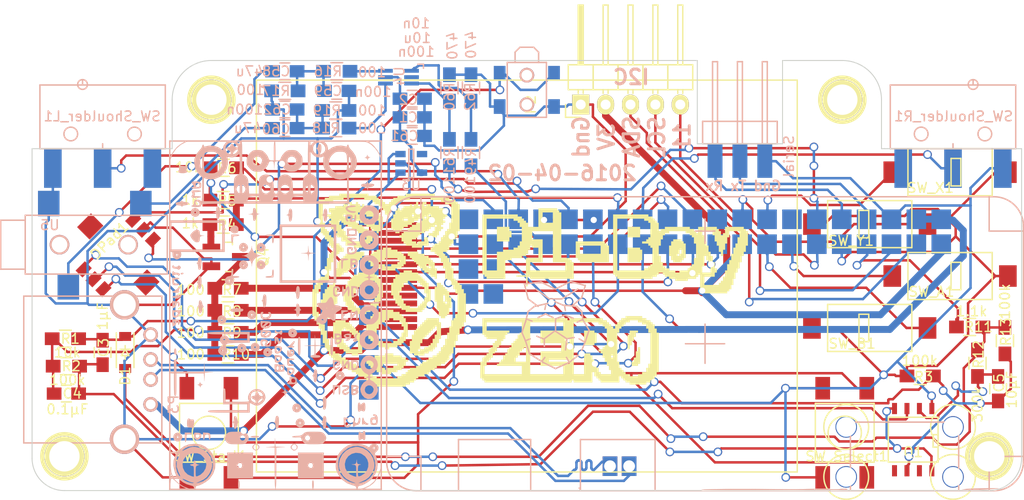
<source format=kicad_pcb>
(kicad_pcb (version 20171130) (host pcbnew "(5.1.12)-1")
  (layers (0 F.Cu signal) (31 B.Cu signal) (34 B.Paste user hide) (35 F.Paste user hide) (36 B.SilkS user hide) (37 F.SilkS user hide) (38 B.Mask user hide) (39 F.Mask user hide) (44 Edge.Cuts user))
  (net 0 "")
  (net 1 +BATT)
  (net 2 /soft_power_button/Pwr-On)
  (net 3 +2V5)
  (net 4 GND)
  (net 5 "Net-(C58-Pad1)")
  (net 6 "Net-(C58-Pad2)")
  (net 7 "Net-(C60-Pad1)")
  (net 8 "Net-(C60-Pad2)")
  (net 9 /V_usb_in)
  (net 10 /LowBatOut)
  (net 11 +5V)
  (net 12 +3V3)
  (net 13 "Net-(P2-Pad3)")
  (net 14 "Net-(P2-Pad4)")
  (net 15 "Net-(P2-Pad5)")
  (net 16 "Net-(P4-Pad2)")
  (net 17 "Net-(P4-Pad3)")
  (net 18 "Net-(Q1-Pad7)")
  (net 19 "Net-(Q1-Pad5)")
  (net 20 "Net-(Q4-Pad1)")
  (net 21 /PWM_backlight)
  (net 22 "Net-(R6-Pad1)")
  (net 23 "Net-(R7-Pad1)")
  (net 24 "Net-(R8-Pad1)")
  (net 25 "Net-(R9-Pad1)")
  (net 26 "Net-(R10-Pad1)")
  (net 27 "Net-(R16-Pad2)")
  (net 28 "Net-(R18-Pad2)")
  (net 29 "Net-(R49-Pad1)")
  (net 30 "/Rasberppy B+ audio/Aud_PWM1")
  (net 31 "Net-(R60-Pad1)")
  (net 32 "/Rasberppy B+ audio/Aud_PWM0")
  (net 33 "Net-(U1-Pad41)")
  (net 34 "Net-(U1-Pad43)")
  (net 35 "Net-(U1-Pad44)")
  (net 36 "Net-(U1-Pad42)")
  (net 37 "Net-(U1-Pad22)")
  (net 38 "Net-(U1-Pad24)")
  (net 39 /dpad_4)
  (net 40 /dpad_2)
  (net 41 /dpad_1)
  (net 42 /dpad_5)
  (net 43 /dpad_3)
  (net 44 /btn_1)
  (net 45 /btn_2)
  (net 46 /btn_5)
  (net 47 /btn_6)
  (net 48 /btn_3)
  (net 49 /btn_4)
  (net 50 /spi_2)
  (net 51 /spi_3)
  (net 52 /spi_1)
  (net 53 /btn_8)
  (net 54 /btn_7)
  (net 55 "Net-(U3-Pad4)")
  (net 56 "Net-(C3-Pad1)")
  (net 57 "Net-(C3-Pad2)")
  (net 58 "Net-(C5-Pad1)")
  (net 59 "Net-(D1-Pad2)")
  (net 60 /USB_D+)
  (net 61 /USB_D-)
  (net 62 "Net-(Q4-Pad3)")
  (net 63 Enable)
  (module Connect:1pin (layer F.Cu) (at 211 151.5)
    (fp_text reference REF**_4 hide)
    (fp_text value 1pin)
    (pad "" thru_hole circle (at 0 0) (size 2.2 2.2) (drill 2) (layers *.Cu *.Mask))
  )
  (module Connect:1pin (layer F.Cu) (at 211 146.4)
    (fp_text reference REF**_3 hide)
    (fp_text value 1pin)
    (pad "" thru_hole circle (at 0 0) (size 2.2 2.2) (drill 2) (layers *.Cu *.Mask))
  )
  (module Connect:1pin (layer F.Cu) (at 200.1 151.5)
    (fp_text reference REF**_2 hide)
    (fp_text value 1pin)
    (pad "" thru_hole circle (at 0 0) (size 2.2 2.2) (drill 2) (layers *.Cu *.Mask))
  )
  (module Connect:1pin (layer F.Cu) (at 200.1 146.4)
    (fp_text reference REF** hide)
    (fp_text value 1pin)
    (pad "" thru_hole circle (at 0 0) (size 2.2 2.2) (drill 2) (layers *.Cu *.Mask))
  )
  (module 1pin (layer F.Cu) (at 199.7 113)
    (fp_text reference 1PIN_4 hide)
    (fp_text value P*** hide)
    (pad "" thru_hole circle (at 0 0) (size 4.064 4.064) (drill 3.1) (layers *.Cu *.Mask F.SilkS))
  )
  (module 1pin (layer F.Cu) (at 135.3 113)
    (fp_text reference 1PIN_3 hide)
    (fp_text value P*** hide)
    (pad "" thru_hole circle (at 0 0) (size 4.064 4.064) (drill 3.1) (layers *.Cu *.Mask F.SilkS))
  )
  (module 1pin (layer F.Cu) (at 120.3 149.4)
    (fp_text reference 1PIN_2 hide)
    (fp_text value P*** hide)
    (pad "" thru_hole circle (at 0 0) (size 4.064 4.064) (drill 3.1) (layers *.Cu *.Mask F.SilkS))
  )
  (module 1pin (layer F.Cu) (at 214.7 149.4)
    (fp_text reference 1PIN hide)
    (fp_text value P*** hide)
    (pad "" thru_hole circle (at 0 0) (size 4.064 4.064) (drill 3.1) (layers *.Cu *.Mask F.SilkS))
  )
  (module Capacitors_SMD:C_0805_HandSoldering (layer B.Cu) (at 155.8 114.8)
    (fp_text reference C1 (at -0.4 0) (layer B.SilkS) (effects (justify mirror)))
    (fp_text value 10u (at 0.5 -8.1) (layer B.SilkS) (effects (justify mirror)))
    (pad 1 smd rect (at -1.25 0) (size 1.5 1.25) (layers B.Cu B.Paste B.Mask) (net 3 +2V5))
    (pad 2 smd rect (at 1.25 0) (size 1.5 1.25) (layers B.Cu B.Paste B.Mask) (net 4 GND))
  )
  (module Capacitors_SMD:C_0805_HandSoldering (layer B.Cu) (at 155.8 112.9)
    (fp_text reference C2 (at -0.4 0.1) (layer B.SilkS) (effects (justify mirror)))
    (fp_text value 10n (at 0.4 -7.7) (layer B.SilkS) (effects (justify mirror)))
    (pad 1 smd rect (at -1.25 0) (size 1.5 1.25) (layers B.Cu B.Paste B.Mask) (net 3 +2V5))
    (pad 2 smd rect (at 1.25 0) (size 1.5 1.25) (layers B.Cu B.Paste B.Mask) (net 4 GND))
  )
  (module Capacitors_SMD:C_0805_HandSoldering (layer B.Cu) (at 142.8 110.1)
    (fp_text reference C58 (at -0.9 0) (layer B.SilkS) (effects (justify mirror)))
    (fp_text value 47u (at -3.6 0) (layer B.SilkS) (effects (justify mirror)))
    (pad 1 smd rect (at -1.25 0) (size 1.5 1.25) (layers B.Cu B.Paste B.Mask) (net 5 "Net-(C58-Pad1)"))
    (pad 2 smd rect (at 1.25 0) (size 1.5 1.25) (layers B.Cu B.Paste B.Mask) (net 6 "Net-(C58-Pad2)"))
  )
  (module Capacitors_SMD:C_0805_HandSoldering (layer B.Cu) (at 148.1 112.1 180)
    (fp_text reference C59 (at 0.9 0 180) (layer B.SilkS) (effects (justify mirror)))
    (fp_text value 100n (at -3.7 -0.1 180) (layer B.SilkS) (effects (justify mirror)))
    (pad 1 smd rect (at -1.25 0 180) (size 1.5 1.25) (layers B.Cu B.Paste B.Mask) (net 4 GND))
    (pad 2 smd rect (at 1.25 0 180) (size 1.5 1.25) (layers B.Cu B.Paste B.Mask) (net 6 "Net-(C58-Pad2)"))
  )
  (module Capacitors_SMD:C_0805_HandSoldering (layer B.Cu) (at 142.8 115.9)
    (fp_text reference C60 (at -0.9 0.1) (layer B.SilkS) (effects (justify mirror)))
    (fp_text value 47u (at -3.8 0) (layer B.SilkS) (effects (justify mirror)))
    (pad 1 smd rect (at -1.25 0) (size 1.5 1.25) (layers B.Cu B.Paste B.Mask) (net 7 "Net-(C60-Pad1)"))
    (pad 2 smd rect (at 1.25 0) (size 1.5 1.25) (layers B.Cu B.Paste B.Mask) (net 8 "Net-(C60-Pad2)"))
  )
  (module Capacitors_SMD:C_0805_HandSoldering (layer B.Cu) (at 155.8 116.7 180)
    (fp_text reference C61 (at 0.8 0 180) (layer B.SilkS) (effects (justify mirror)))
    (fp_text value 100n (at -0.4 8.6 180) (layer B.SilkS) (effects (justify mirror)))
    (pad 1 smd rect (at -1.25 0 180) (size 1.5 1.25) (layers B.Cu B.Paste B.Mask) (net 4 GND))
    (pad 2 smd rect (at 1.25 0 180) (size 1.5 1.25) (layers B.Cu B.Paste B.Mask) (net 3 +2V5))
  )
  (module Capacitors_SMD:C_0805_HandSoldering (layer B.Cu) (at 142.8 114)
    (fp_text reference C62 (at -0.8 0) (layer B.SilkS) (effects (justify mirror)))
    (fp_text value 100n (at -4.1 0) (layer B.SilkS) (effects (justify mirror)))
    (pad 1 smd rect (at -1.25 0) (size 1.5 1.25) (layers B.Cu B.Paste B.Mask) (net 4 GND))
    (pad 2 smd rect (at 1.25 0) (size 1.5 1.25) (layers B.Cu B.Paste B.Mask) (net 8 "Net-(C60-Pad2)"))
  )
  (module Diodes_SMD:SOD-123 (layer F.Cu) (at 126.5 138.8 270)
    (fp_text reference D1 (at 2.4 0 90) (layer F.SilkS))
    (fp_text value D)
    (pad 1 smd rect (at -1.635 0 270) (size 0.91 1.22) (layers F.Cu F.Paste F.Mask) (net 57 "Net-(C3-Pad2)"))
    (pad 2 smd rect (at 1.635 0 270) (size 0.91 1.22) (layers F.Cu F.Paste F.Mask) (net 59 "Net-(D1-Pad2)"))
  )
  (module Pin_Headers:Pin_Header_Angled_1x05 (layer F.Cu) (at 173 113.5 90)
    (fp_text reference P2 (at 0 -5.1 90) (layer F.SilkS))
    (fp_text value I2C)
    (pad 1 thru_hole rect (at 0 0 90) (size 2.032 1.7272) (drill 1.016) (layers *.Cu *.Mask F.SilkS) (net 4 GND))
    (pad 2 thru_hole oval (at 0 2.54 90) (size 2.032 1.7272) (drill 1.016) (layers *.Cu *.Mask F.SilkS) (net 12 +3V3))
    (pad 3 thru_hole oval (at 0 5.08 90) (size 2.032 1.7272) (drill 1.016) (layers *.Cu *.Mask F.SilkS) (net 13 "Net-(P2-Pad3)"))
    (pad 4 thru_hole oval (at 0 7.62 90) (size 2.032 1.7272) (drill 1.016) (layers *.Cu *.Mask F.SilkS) (net 14 "Net-(P2-Pad4)"))
    (pad 5 thru_hole oval (at 0 10.16 90) (size 2.032 1.7272) (drill 1.016) (layers *.Cu *.Mask F.SilkS) (net 15 "Net-(P2-Pad5)"))
  )
  (module Connect:USB_A (layer B.Cu) (at 129.1 144.1 90)
    (fp_text reference P3 (at 0 2.35 90) (layer B.SilkS) (effects (justify mirror)))
    (fp_text value USB_A)
    (pad 4 thru_hole circle (at 7.11286 0.00212 180) (size 1.50114 1.50114) (drill 1.00076) (layers *.Cu *.Mask B.SilkS) (net 4 GND))
    (pad 3 thru_hole circle (at 4.57286 0.00212 180) (size 1.50114 1.50114) (drill 1.00076) (layers *.Cu *.Mask B.SilkS) (net 60 /USB_D+))
    (pad 2 thru_hole circle (at 2.54086 0.00212 180) (size 1.50114 1.50114) (drill 1.00076) (layers *.Cu *.Mask B.SilkS) (net 61 /USB_D-))
    (pad 1 thru_hole circle (at 0.00086 0.00212 180) (size 1.50114 1.50114) (drill 1.00076) (layers *.Cu *.Mask B.SilkS) (net 11 +5V))
    (pad 5 thru_hole circle (at 10.16086 -2.66488 180) (size 2.99974 2.99974) (drill 2.30124) (layers *.Cu *.Mask B.SilkS) (net 4 GND))
    (pad 5 thru_hole circle (at -3.55514 -2.66488 180) (size 2.99974 2.99974) (drill 2.30124) (layers *.Cu *.Mask B.SilkS) (net 4 GND))
  )
  (module SMD_Packages:SOIC-8-N (layer F.Cu) (at 206.935 147.7 180)
    (fp_text reference Q1 (at 0 -1.27 180) (layer F.SilkS))
    (fp_text value IRF7309IPBF)
    (pad 8 smd rect (at -1.905 -3.175 180) (size 0.508 1.143) (layers F.Cu F.Paste F.Mask) (net 56 "Net-(C3-Pad1)"))
    (pad 7 smd rect (at -0.635 -3.175 180) (size 0.508 1.143) (layers F.Cu F.Paste F.Mask) (net 18 "Net-(Q1-Pad7)"))
    (pad 6 smd rect (at 0.635 -3.175 180) (size 0.508 1.143) (layers F.Cu F.Paste F.Mask) (net 63 Enable))
    (pad 5 smd rect (at 1.905 -3.175 180) (size 0.508 1.143) (layers F.Cu F.Paste F.Mask) (net 19 "Net-(Q1-Pad5)"))
    (pad 4 smd rect (at 1.905 3.175 180) (size 0.508 1.143) (layers F.Cu F.Paste F.Mask) (net 56 "Net-(C3-Pad1)"))
    (pad 3 smd rect (at 0.635 3.175 180) (size 0.508 1.143) (layers F.Cu F.Paste F.Mask) (net 1 +BATT))
    (pad 2 smd rect (at -0.635 3.175 180) (size 0.508 1.143) (layers F.Cu F.Paste F.Mask) (net 58 "Net-(C5-Pad1)"))
    (pad 1 smd rect (at -1.905 3.175 180) (size 0.508 1.143) (layers F.Cu F.Paste F.Mask) (net 4 GND))
  )
  (module TO_SOT_Packages_SMD:SOT-23_Handsoldering (layer F.Cu) (at 136.801 129.05 270)
    (fp_text reference Q4 (at 0 -3.81 270) (layer F.SilkS))
    (fp_text value MMBT2222)
    (pad 1 smd rect (at -0.95 1.50114 270) (size 0.8001 1.80086) (layers F.Cu F.Paste F.Mask) (net 20 "Net-(Q4-Pad1)"))
    (pad 2 smd rect (at 0.95 1.50114 270) (size 0.8001 1.80086) (layers F.Cu F.Paste F.Mask) (net 4 GND))
    (pad 3 smd rect (at 0 -1.50114 270) (size 0.8001 1.80086) (layers F.Cu F.Paste F.Mask) (net 62 "Net-(Q4-Pad3)"))
  )
  (module Resistors_SMD:R_0805_HandSoldering (layer F.Cu) (at 207.65 141.2 180)
    (fp_text reference R3 (at -0.35 -0.1 180) (layer F.SilkS))
    (fp_text value 100k (at 0.05 1.55 180) (layer F.SilkS))
    (pad 1 smd rect (at -1.35 0 180) (size 1.5 1.3) (layers F.Cu F.Paste F.Mask) (net 63 Enable))
    (pad 2 smd rect (at 1.35 0 180) (size 1.5 1.3) (layers F.Cu F.Paste F.Mask) (net 4 GND))
  )
  (module Resistors_SMD:R_0805_HandSoldering (layer F.Cu) (at 136.5 123.25 180)
    (fp_text reference R4 (at -0.4 -2.55 180) (layer F.SilkS))
    (fp_text value 1k (at 3.35 0.05 180) (layer F.SilkS))
    (pad 1 smd rect (at -1.35 0 180) (size 1.5 1.3) (layers F.Cu F.Paste F.Mask) (net 21 /PWM_backlight))
    (pad 2 smd rect (at 1.35 0 180) (size 1.5 1.3) (layers F.Cu F.Paste F.Mask) (net 12 +3V3))
  )
  (module Resistors_SMD:R_0805_HandSoldering (layer F.Cu) (at 136.5 125.75)
    (fp_text reference R5 (at 0.4 -2.45) (layer F.SilkS))
    (fp_text value 1k (at -3.35 -0.125) (layer F.SilkS))
    (pad 1 smd rect (at -1.35 0) (size 1.5 1.3) (layers F.Cu F.Paste F.Mask) (net 20 "Net-(Q4-Pad1)"))
    (pad 2 smd rect (at 1.35 0) (size 1.5 1.3) (layers F.Cu F.Paste F.Mask) (net 21 /PWM_backlight))
  )
  (module Resistors_SMD:R_0805_HandSoldering (layer F.Cu) (at 136.525 119.95 180)
    (fp_text reference R6 (at -0.375 -0.05 180) (layer F.SilkS))
    (fp_text value 10k (at 3.575 0.05 180) (layer F.SilkS))
    (pad 1 smd rect (at -1.35 0 180) (size 1.5 1.3) (layers F.Cu F.Paste F.Mask) (net 22 "Net-(R6-Pad1)"))
    (pad 2 smd rect (at 1.35 0 180) (size 1.5 1.3) (layers F.Cu F.Paste F.Mask) (net 12 +3V3))
  )
  (module Resistors_SMD:R_0805_HandSoldering (layer F.Cu) (at 137 132.25 180)
    (fp_text reference R7 (at -0.4 -0.15 180) (layer F.SilkS))
    (fp_text value 100 (at 3.8 -0.15 180) (layer F.SilkS))
    (pad 1 smd rect (at -1.35 0 180) (size 1.5 1.3) (layers F.Cu F.Paste F.Mask) (net 23 "Net-(R7-Pad1)"))
    (pad 2 smd rect (at 1.35 0 180) (size 1.5 1.3) (layers F.Cu F.Paste F.Mask) (net 62 "Net-(Q4-Pad3)"))
  )
  (module Resistors_SMD:R_0805_HandSoldering (layer F.Cu) (at 137 134.5 180)
    (fp_text reference R8 (at -0.4 -0.1 180) (layer F.SilkS))
    (fp_text value 100 (at 3.8 -0.1 180) (layer F.SilkS))
    (pad 1 smd rect (at -1.35 0 180) (size 1.5 1.3) (layers F.Cu F.Paste F.Mask) (net 24 "Net-(R8-Pad1)"))
    (pad 2 smd rect (at 1.35 0 180) (size 1.5 1.3) (layers F.Cu F.Paste F.Mask) (net 62 "Net-(Q4-Pad3)"))
  )
  (module Resistors_SMD:R_0805_HandSoldering (layer F.Cu) (at 137 136.75 180)
    (fp_text reference R9 (at -0.4 -0.05 180) (layer F.SilkS))
    (fp_text value 100 (at 3.8 -0.05 180) (layer F.SilkS))
    (pad 1 smd rect (at -1.35 0 180) (size 1.5 1.3) (layers F.Cu F.Paste F.Mask) (net 25 "Net-(R9-Pad1)"))
    (pad 2 smd rect (at 1.35 0 180) (size 1.5 1.3) (layers F.Cu F.Paste F.Mask) (net 62 "Net-(Q4-Pad3)"))
  )
  (module Resistors_SMD:R_0805_HandSoldering (layer F.Cu) (at 137 139 180)
    (fp_text reference R10 (at -0.8 0 180) (layer F.SilkS))
    (fp_text value 100 (at 3.8 0 180) (layer F.SilkS))
    (pad 1 smd rect (at -1.35 0 180) (size 1.5 1.3) (layers F.Cu F.Paste F.Mask) (net 26 "Net-(R10-Pad1)"))
    (pad 2 smd rect (at 1.35 0 180) (size 1.5 1.3) (layers F.Cu F.Paste F.Mask) (net 62 "Net-(Q4-Pad3)"))
  )
  (module Resistors_SMD:R_0805_HandSoldering (layer B.Cu) (at 148.1 110.1)
    (fp_text reference R16 (at -0.9 0) (layer B.SilkS) (effects (justify mirror)))
    (fp_text value 100 (at 3.6 0.1) (layer B.SilkS) (effects (justify mirror)))
    (pad 1 smd rect (at -1.35 0) (size 1.5 1.3) (layers B.Cu B.Paste B.Mask) (net 6 "Net-(C58-Pad2)"))
    (pad 2 smd rect (at 1.35 0) (size 1.5 1.3) (layers B.Cu B.Paste B.Mask) (net 27 "Net-(R16-Pad2)"))
  )
  (module Resistors_SMD:R_0805_HandSoldering (layer B.Cu) (at 142.8 112.1 180)
    (fp_text reference R17 (at 0.9 0 180) (layer B.SilkS) (effects (justify mirror)))
    (fp_text value 100 (at 3.5 0.1 180) (layer B.SilkS) (effects (justify mirror)))
    (pad 1 smd rect (at -1.35 0 180) (size 1.5 1.3) (layers B.Cu B.Paste B.Mask) (net 6 "Net-(C58-Pad2)"))
    (pad 2 smd rect (at 1.35 0 180) (size 1.5 1.3) (layers B.Cu B.Paste B.Mask) (net 4 GND))
  )
  (module Resistors_SMD:R_0805_HandSoldering (layer B.Cu) (at 148 115.9)
    (fp_text reference R18 (at -1 0) (layer B.SilkS) (effects (justify mirror)))
    (fp_text value 100 (at 3.7 0) (layer B.SilkS) (effects (justify mirror)))
    (pad 1 smd rect (at -1.35 0) (size 1.5 1.3) (layers B.Cu B.Paste B.Mask) (net 8 "Net-(C60-Pad2)"))
    (pad 2 smd rect (at 1.35 0) (size 1.5 1.3) (layers B.Cu B.Paste B.Mask) (net 28 "Net-(R18-Pad2)"))
  )
  (module Resistors_SMD:R_0805_HandSoldering (layer B.Cu) (at 148 114.1)
    (fp_text reference R19 (at -0.9 0) (layer B.SilkS) (effects (justify mirror)))
    (fp_text value 100 (at 3.7 0) (layer B.SilkS) (effects (justify mirror)))
    (pad 1 smd rect (at -1.35 0) (size 1.5 1.3) (layers B.Cu B.Paste B.Mask) (net 8 "Net-(C60-Pad2)"))
    (pad 2 smd rect (at 1.35 0) (size 1.5 1.3) (layers B.Cu B.Paste B.Mask) (net 4 GND))
  )
  (module Resistors_SMD:R_0805_HandSoldering (layer B.Cu) (at 161.8 118.4 270)
    (fp_text reference R49 (at 0.9 0 270) (layer B.SilkS) (effects (justify mirror)))
    (fp_text value 100 (at 3.8 0.1 270) (layer B.SilkS) (effects (justify mirror)))
    (pad 1 smd rect (at -1.35 0 270) (size 1.5 1.3) (layers B.Cu B.Paste B.Mask) (net 29 "Net-(R49-Pad1)"))
    (pad 2 smd rect (at 1.35 0 270) (size 1.5 1.3) (layers B.Cu B.Paste B.Mask) (net 30 "/Rasberppy B+ audio/Aud_PWM1"))
  )
  (module Resistors_SMD:R_0805_HandSoldering (layer B.Cu) (at 159.6 111.8 90)
    (fp_text reference R60 (at -0.9 0 270) (layer B.SilkS) (effects (justify mirror)))
    (fp_text value 470 (at 4.3 0.3 90) (layer B.SilkS) (effects (justify mirror)))
    (pad 1 smd rect (at -1.35 0 90) (size 1.5 1.3) (layers B.Cu B.Paste B.Mask) (net 31 "Net-(R60-Pad1)"))
    (pad 2 smd rect (at 1.35 0 90) (size 1.5 1.3) (layers B.Cu B.Paste B.Mask) (net 4 GND))
  )
  (module Resistors_SMD:R_0805_HandSoldering (layer B.Cu) (at 159.6 118.4 270)
    (fp_text reference R61 (at 0.9 0 270) (layer B.SilkS) (effects (justify mirror)))
    (fp_text value 100 (at 3.8 0 270) (layer B.SilkS) (effects (justify mirror)))
    (pad 1 smd rect (at -1.35 0 270) (size 1.5 1.3) (layers B.Cu B.Paste B.Mask) (net 31 "Net-(R60-Pad1)"))
    (pad 2 smd rect (at 1.35 0 270) (size 1.5 1.3) (layers B.Cu B.Paste B.Mask) (net 32 "/Rasberppy B+ audio/Aud_PWM0"))
  )
  (module Resistors_SMD:R_0805_HandSoldering (layer B.Cu) (at 161.8 111.8 90)
    (fp_text reference R62 (at -0.9 -0.1 270) (layer B.SilkS) (effects (justify mirror)))
    (fp_text value 470 (at 4.4 0 90) (layer B.SilkS) (effects (justify mirror)))
    (pad 1 smd rect (at -1.35 0 90) (size 1.5 1.3) (layers B.Cu B.Paste B.Mask) (net 29 "Net-(R49-Pad1)"))
    (pad 2 smd rect (at 1.35 0 90) (size 1.5 1.3) (layers B.Cu B.Paste B.Mask) (net 4 GND))
  )
  (module TO_SOT_Packages_SMD:SC-70-6_Handsoldering (layer B.Cu) (at 154.4 110.7 270)
    (fp_text reference U4 (at -0.1 -0.1 270) (layer B.SilkS) (effects (justify mirror)))
    (fp_text value NC7WZ16_Dual_Buffer)
    (pad 1 smd rect (at -0.65024 -1.33096 270) (size 0.39878 1.50114) (layers B.Cu B.Paste B.Mask) (net 29 "Net-(R49-Pad1)"))
    (pad 2 smd rect (at 0 -1.33096 270) (size 0.39878 1.50114) (layers B.Cu B.Paste B.Mask))
    (pad 3 smd rect (at 0.65024 -1.33096 270) (size 0.39878 1.50114) (layers B.Cu B.Paste B.Mask) (net 31 "Net-(R60-Pad1)"))
    (pad 4 smd rect (at 0.65024 1.33096 270) (size 0.39878 1.50114) (layers B.Cu B.Paste B.Mask) (net 28 "Net-(R18-Pad2)"))
    (pad 5 smd rect (at 0 1.33096 270) (size 0.39878 1.50114) (layers B.Cu B.Paste B.Mask) (net 3 +2V5))
    (pad 6 smd rect (at -0.65024 1.33096 270) (size 0.39878 1.50114) (layers B.Cu B.Paste B.Mask) (net 27 "Net-(R16-Pad2)"))
  )
  (module components:TM022HDH26 (layer F.Cu) (at 167.5 131)
    (fp_text reference U2 hide)
    (fp_text value 2.2_tft_ili9340 hide)
    (pad 1 smd rect (at -13.4 -5.2) (size 4.4 0.6) (layers F.Cu F.Paste F.Mask) (net 4 GND))
    (pad 2 smd rect (at -13.4 -4.4) (size 4.4 0.6) (layers F.Cu F.Paste F.Mask) (net 22 "Net-(R6-Pad1)"))
    (pad 3 smd rect (at -13.4 -3.6) (size 4.4 0.6) (layers F.Cu F.Paste F.Mask) (net 52 /spi_1))
    (pad 4 smd rect (at -13.4 -2.8) (size 4.4 0.6) (layers F.Cu F.Paste F.Mask) (net 37 "Net-(U1-Pad22)"))
    (pad 5 smd rect (at -13.4 -2) (size 4.4 0.6) (layers F.Cu F.Paste F.Mask) (net 38 "Net-(U1-Pad24)"))
    (pad 6 smd rect (at -13.4 -1.2) (size 4.4 0.6) (layers F.Cu F.Paste F.Mask) (net 50 /spi_2))
    (pad 7 smd rect (at -13.4 -0.4) (size 4.4 0.6) (layers F.Cu F.Paste F.Mask) (net 51 /spi_3))
    (pad 8 smd rect (at -13.4 0.4) (size 4.4 0.6) (layers F.Cu F.Paste F.Mask) (net 4 GND))
    (pad 9 smd rect (at -13.4 1.2) (size 4.4 0.6) (layers F.Cu F.Paste F.Mask) (net 12 +3V3))
    (pad 10 smd rect (at -13.4 2) (size 4.4 0.6) (layers F.Cu F.Paste F.Mask) (net 11 +5V))
    (pad 11 smd rect (at -13.4 2.8) (size 4.4 0.6) (layers F.Cu F.Paste F.Mask) (net 23 "Net-(R7-Pad1)"))
    (pad 12 smd rect (at -13.4 3.6) (size 4.4 0.6) (layers F.Cu F.Paste F.Mask) (net 24 "Net-(R8-Pad1)"))
    (pad 13 smd rect (at -13.4 4.4) (size 4.4 0.6) (layers F.Cu F.Paste F.Mask) (net 25 "Net-(R9-Pad1)"))
    (pad 14 smd rect (at -13.4 5.2) (size 4.4 0.6) (layers F.Cu F.Paste F.Mask) (net 26 "Net-(R10-Pad1)"))
  )
  (module switches:btn_1571262-1 (layer B.Cu) (at 167.5 112 90)
    (fp_text reference SW1 hide)
    (fp_text value SW_PUSH)
    (pad 2 smd rect (at 1.7 -2.775 90) (size 1.5 1.2) (layers B.Cu B.Paste B.Mask) (net 57 "Net-(C3-Pad2)"))
    (pad 1 smd rect (at -1.7 -2.775 90) (size 1.5 1.2) (layers B.Cu B.Paste B.Mask) (net 4 GND))
    (pad 1 smd rect (at -1.7 2.775 90) (size 1.5 1.2) (layers B.Cu B.Paste B.Mask) (net 4 GND))
    (pad 2 smd rect (at 1.7 2.775 90) (size 1.5 1.2) (layers B.Cu B.Paste B.Mask) (net 57 "Net-(C3-Pad2)"))
    (pad "" thru_hole circle (at -1.5 0 90) (size 1.5 1.5) (drill 1.1) (layers *.Cu *.Mask B.SilkS))
    (pad "" thru_hole circle (at 1.5 0 90) (size 1.5 1.5) (drill 1.1) (layers *.Cu *.Mask B.SilkS))
  )
  (module components:audio_smd_SJ-3523-SMT-TR (layer B.Cu) (at 116.3 127.8)
    (fp_text reference U5 (at 2.5 -2) (layer B.SilkS) (effects (justify mirror)))
    (fp_text value audio_jack)
    (pad "" thru_hole circle (at 3.5 0) (size 2 2) (drill 1.6) (layers *.Cu *.Mask B.SilkS))
    (pad "" thru_hole circle (at 10.5 0) (size 2 2) (drill 1.6) (layers *.Cu *.Mask B.SilkS))
    (pad 1 smd rect (at 2.4 -4.2) (size 2.2 2.6) (layers B.Cu B.Paste B.Mask) (net 4 GND))
    (pad 2 smd rect (at 11.8 -4.2) (size 2.2 2.6) (layers B.Cu B.Paste B.Mask) (net 7 "Net-(C60-Pad1)"))
    (pad 3 smd rect (at 4.4 4.3) (size 2.2 2.6) (layers B.Cu B.Paste B.Mask) (net 5 "Net-(C58-Pad1)"))
  )
  (module TO_SOT_Packages_SMD:SOT-23-5 (layer B.Cu) (at 155.7 119.5)
    (fp_text reference U3 (at 0 2.2 180) (layer B.SilkS) (effects (justify mirror)))
    (fp_text value Regulator_LP2980)
    (pad 1 smd rect (at -1.1 0.95) (size 1.06 0.65) (layers B.Cu B.Paste B.Mask) (net 11 +5V))
    (pad 2 smd rect (at -1.1 0) (size 1.06 0.65) (layers B.Cu B.Paste B.Mask) (net 4 GND))
    (pad 3 smd rect (at -1.1 -0.95) (size 1.06 0.65) (layers B.Cu B.Paste B.Mask) (net 11 +5V))
    (pad 4 smd rect (at 1.1 -0.95) (size 1.06 0.65) (layers B.Cu B.Paste B.Mask) (net 55 "Net-(U3-Pad4)"))
    (pad 5 smd rect (at 1.1 0.95) (size 1.06 0.65) (layers B.Cu B.Paste B.Mask) (net 3 +2V5))
  )
  (module components:1x3_smd_pinheader (layer B.Cu) (at 189.25 117.5 90)
    (fp_text reference P4 hide)
    (fp_text value Serial (at -1.3 5 90) (layer B.SilkS) (effects (justify mirror)))
    (pad 1 smd rect (at -1.778 2.54 90) (size 3.4 1.524) (layers B.Cu B.Paste B.Mask) (net 4 GND))
    (pad 2 smd rect (at -1.778 0 90) (size 3.4 1.524) (layers B.Cu B.Paste B.Mask) (net 16 "Net-(P4-Pad2)"))
    (pad 3 smd rect (at -1.778 -2.54 90) (size 3.4 1.524) (layers B.Cu B.Paste B.Mask) (net 17 "Net-(P4-Pad3)"))
  )
  (module switches:Omron_D2FS_FTN_mirror (layer B.Cu) (at 121 118 180)
    (fp_text reference SW_Shoulder_L1 (at -3.15 3.3 180) (layer B.SilkS) (effects (justify mirror)))
    (fp_text value SW_PUSH)
    (pad 1 smd rect (at 1.88 -2) (size 1.8 4) (layers B.Cu B.Paste B.Mask) (net 4 GND))
    (pad 2 smd rect (at -3.2 -2) (size 1.8 4) (layers B.Cu B.Paste B.Mask) (net 46 /btn_5))
    (pad 3 smd rect (at -8.28 -2) (size 1.8 4) (layers B.Cu B.Paste B.Mask))
  )
  (module Capacitors_SMD:C_0805_HandSoldering (layer F.Cu) (at 124.2 138.8 90)
    (fp_text reference C3 (at 0.5 0.1 270) (layer F.SilkS))
    (fp_text value 1µF (at 3.7 0 270) (layer F.SilkS))
    (pad 1 smd rect (at -1.25 0 90) (size 1.5 1.25) (layers F.Cu F.Paste F.Mask) (net 56 "Net-(C3-Pad1)"))
    (pad 2 smd rect (at 1.25 0 90) (size 1.5 1.25) (layers F.Cu F.Paste F.Mask) (net 57 "Net-(C3-Pad2)"))
  )
  (module Capacitors_SMD:C_0805_HandSoldering (layer F.Cu) (at 120.5 143 180)
    (fp_text reference C4 (at -0.6 0 180) (layer F.SilkS))
    (fp_text value 0.1µF (at -0.1 -1.6 180) (layer F.SilkS))
    (pad 1 smd rect (at -1.25 0 180) (size 1.5 1.25) (layers F.Cu F.Paste F.Mask) (net 56 "Net-(C3-Pad1)"))
    (pad 2 smd rect (at 1.25 0 180) (size 1.5 1.25) (layers F.Cu F.Paste F.Mask) (net 1 +BATT))
  )
  (module Capacitors_SMD:C_0805_HandSoldering (layer F.Cu) (at 215.6 142.5 270)
    (fp_text reference C5 (at -0.6 -0.1 270) (layer F.SilkS))
    (fp_text value 10µF (at 0.1 -1.4 270) (layer F.SilkS))
    (pad 1 smd rect (at -1.25 0 270) (size 1.5 1.25) (layers F.Cu F.Paste F.Mask) (net 58 "Net-(C5-Pad1)"))
    (pad 2 smd rect (at 1.25 0 270) (size 1.5 1.25) (layers F.Cu F.Paste F.Mask) (net 63 Enable))
  )
  (module Resistors_SMD:R_0805_HandSoldering (layer F.Cu) (at 120.4 137.4 180)
    (fp_text reference R1 (at -0.5 0 180) (layer F.SilkS))
    (fp_text value 10k (at -0.2 -1.4 180) (layer F.SilkS))
    (pad 1 smd rect (at -1.35 0 180) (size 1.5 1.3) (layers F.Cu F.Paste F.Mask) (net 57 "Net-(C3-Pad2)"))
    (pad 2 smd rect (at 1.35 0 180) (size 1.5 1.3) (layers F.Cu F.Paste F.Mask) (net 1 +BATT))
  )
  (module Resistors_SMD:R_0805_HandSoldering (layer F.Cu) (at 120.5 140.2 180)
    (fp_text reference R2 (at -0.5 0 180) (layer F.SilkS))
    (fp_text value 100k (at -0.1 -1.4 180) (layer F.SilkS))
    (pad 1 smd rect (at -1.35 0 180) (size 1.5 1.3) (layers F.Cu F.Paste F.Mask) (net 56 "Net-(C3-Pad1)"))
    (pad 2 smd rect (at 1.35 0 180) (size 1.5 1.3) (layers F.Cu F.Paste F.Mask) (net 1 +BATT))
  )
  (module Resistors_SMD:R_0805_HandSoldering (layer F.Cu) (at 212.7 136.2)
    (fp_text reference R11 (at 0.9 0) (layer F.SilkS))
    (fp_text value 1.1k (at 0.2 -1.6) (layer F.SilkS))
    (pad 1 smd rect (at -1.35 0) (size 1.5 1.3) (layers F.Cu F.Paste F.Mask) (net 2 /soft_power_button/Pwr-On))
    (pad 2 smd rect (at 1.35 0) (size 1.5 1.3) (layers F.Cu F.Paste F.Mask) (net 59 "Net-(D1-Pad2)"))
  )
  (module Resistors_SMD:R_0805_HandSoldering (layer F.Cu) (at 213.5 139.9 270)
    (fp_text reference R12 (at -0.9 -0.1 270) (layer F.SilkS))
    (fp_text value 300k (at 4.2 0 270) (layer F.SilkS))
    (pad 1 smd rect (at -1.35 0 270) (size 1.5 1.3) (layers F.Cu F.Paste F.Mask) (net 59 "Net-(D1-Pad2)"))
    (pad 2 smd rect (at 1.35 0 270) (size 1.5 1.3) (layers F.Cu F.Paste F.Mask) (net 58 "Net-(C5-Pad1)"))
  )
  (module Resistors_SMD:R_0805_HandSoldering (layer F.Cu) (at 216.3 137.6 270)
    (fp_text reference R13 (at -0.9 -0.1 270) (layer F.SilkS))
    (fp_text value 100k (at -4 0 270) (layer F.SilkS))
    (pad 1 smd rect (at -1.35 0 270) (size 1.5 1.3) (layers F.Cu F.Paste F.Mask) (net 59 "Net-(D1-Pad2)"))
    (pad 2 smd rect (at 1.35 0 270) (size 1.5 1.3) (layers F.Cu F.Paste F.Mask) (net 63 Enable))
  )
  (module components:raspberry-zero (layer B.Cu) (at 186.94 137.91 180)
    (fp_text reference U1 hide)
    (fp_text value gpio-header_zero hide)
    (pad 2 smd rect (at -22.86 12.7 180) (size 2 2) (layers B.Cu B.Paste B.Mask) (net 11 +5V))
    (pad 1 smd rect (at -22.86 10.16 180) (size 2 2) (layers B.Cu B.Paste B.Mask) (net 12 +3V3))
    (pad 3 smd rect (at -20.32 10.16 180) (size 2 2) (layers B.Cu B.Paste B.Mask) (net 13 "Net-(P2-Pad3)"))
    (pad 5 smd rect (at -17.78 10.16 180) (size 2 2) (layers B.Cu B.Paste B.Mask) (net 14 "Net-(P2-Pad4)"))
    (pad 7 smd rect (at -15.24 10.16 180) (size 2 2) (layers B.Cu B.Paste B.Mask) (net 2 /soft_power_button/Pwr-On))
    (pad 9 smd rect (at -12.7 10.16 180) (size 2 2) (layers B.Cu B.Paste B.Mask) (net 4 GND))
    (pad 11 smd rect (at -10.16 10.16 180) (size 2 2) (layers B.Cu B.Paste B.Mask) (net 15 "Net-(P2-Pad5)"))
    (pad 13 smd rect (at -7.62 10.16 180) (size 2 2) (layers B.Cu B.Paste B.Mask) (net 44 /btn_1))
    (pad 15 smd rect (at -5.08 10.16 180) (size 2 2) (layers B.Cu B.Paste B.Mask) (net 45 /btn_2))
    (pad 17 smd rect (at -2.54 10.16 180) (size 2 2) (layers B.Cu B.Paste B.Mask) (net 12 +3V3))
    (pad 19 smd rect (at 0 10.16 180) (size 2 2) (layers B.Cu B.Paste B.Mask) (net 50 /spi_2))
    (pad 21 smd rect (at 2.54 10.16 180) (size 2 2) (layers B.Cu B.Paste B.Mask) (net 51 /spi_3))
    (pad 23 smd rect (at 5.08 10.16 180) (size 2 2) (layers B.Cu B.Paste B.Mask) (net 52 /spi_1))
    (pad 25 smd rect (at 7.62 10.16 180) (size 2 2) (layers B.Cu B.Paste B.Mask) (net 4 GND))
    (pad 27 smd rect (at 10.16 10.16 180) (size 2 2) (layers B.Cu B.Paste B.Mask) (net 10 /LowBatOut))
    (pad 29 smd rect (at 12.7 10.16 180) (size 2 2) (layers B.Cu B.Paste B.Mask) (net 43 /dpad_3))
    (pad 31 smd rect (at 15.24 10.16 180) (size 2 2) (layers B.Cu B.Paste B.Mask) (net 41 /dpad_1))
    (pad 33 smd rect (at 17.78 10.16 180) (size 2 2) (layers B.Cu B.Paste B.Mask) (net 30 "/Rasberppy B+ audio/Aud_PWM1"))
    (pad 35 smd rect (at 20.32 10.16 180) (size 2 2) (layers B.Cu B.Paste B.Mask) (net 42 /dpad_5))
    (pad 37 smd rect (at 22.86 10.16 180) (size 2 2) (layers B.Cu B.Paste B.Mask) (net 53 /btn_8))
    (pad 39 smd rect (at 25.4 10.16 180) (size 2 2) (layers B.Cu B.Paste B.Mask) (net 4 GND))
    (pad 41 smd rect (at 22.86 7.62 180) (size 2 2) (layers B.Cu B.Paste B.Mask) (net 33 "Net-(U1-Pad41)"))
    (pad 43 smd rect (at 22.86 5.08 180) (size 2 2) (layers B.Cu B.Paste B.Mask) (net 34 "Net-(U1-Pad43)"))
    (pad 44 smd rect (at 25.4 5.08 180) (size 2 2) (layers B.Cu B.Paste B.Mask) (net 35 "Net-(U1-Pad44)"))
    (pad 42 smd rect (at 25.4 7.62 180) (size 2 2) (layers B.Cu B.Paste B.Mask) (net 36 "Net-(U1-Pad42)"))
    (pad 4 smd rect (at -20.32 12.7 180) (size 2 2) (layers B.Cu B.Paste B.Mask) (net 11 +5V))
    (pad 6 smd rect (at -17.78 12.7 180) (size 2 2) (layers B.Cu B.Paste B.Mask) (net 4 GND))
    (pad 8 smd rect (at -15.24 12.7 180) (size 2 2) (layers B.Cu B.Paste B.Mask) (net 16 "Net-(P4-Pad2)"))
    (pad 10 smd rect (at -12.7 12.7 180) (size 2 2) (layers B.Cu B.Paste B.Mask) (net 17 "Net-(P4-Pad3)"))
    (pad 12 smd rect (at -10.16 12.7 180) (size 2 2) (layers B.Cu B.Paste B.Mask) (net 32 "/Rasberppy B+ audio/Aud_PWM0"))
    (pad 14 smd rect (at -7.62 12.7 180) (size 2 2) (layers B.Cu B.Paste B.Mask))
    (pad 16 smd rect (at -5.08 12.7 180) (size 2 2) (layers B.Cu B.Paste B.Mask) (net 48 /btn_3))
    (pad 18 smd rect (at -2.54 12.7 180) (size 2 2) (layers B.Cu B.Paste B.Mask) (net 49 /btn_4))
    (pad 20 smd rect (at 0 12.7 180) (size 2 2) (layers B.Cu B.Paste B.Mask))
    (pad 22 smd rect (at 2.54 12.7 180) (size 2 2) (layers B.Cu B.Paste B.Mask) (net 37 "Net-(U1-Pad22)"))
    (pad 24 smd rect (at 5.08 12.7 180) (size 2 2) (layers B.Cu B.Paste B.Mask) (net 38 "Net-(U1-Pad24)"))
    (pad 26 smd rect (at 7.62 12.7 180) (size 2 2) (layers B.Cu B.Paste B.Mask) (net 47 /btn_6))
    (pad 28 smd rect (at 10.16 12.7 180) (size 2 2) (layers B.Cu B.Paste B.Mask) (net 21 /PWM_backlight))
    (pad 30 smd rect (at 12.7 12.7 180) (size 2 2) (layers B.Cu B.Paste B.Mask) (net 4 GND))
    (pad 32 smd rect (at 15.24 12.7 180) (size 2 2) (layers B.Cu B.Paste B.Mask) (net 40 /dpad_2))
    (pad 36 smd rect (at 20.32 12.7 180) (size 2 2) (layers B.Cu B.Paste B.Mask) (net 46 /btn_5))
    (pad 34 smd rect (at 17.78 12.7 180) (size 2 2) (layers B.Cu B.Paste B.Mask) (net 4 GND))
    (pad 38 smd rect (at 22.86 12.7 180) (size 2 2) (layers B.Cu B.Paste B.Mask) (net 39 /dpad_4))
    (pad 40 smd rect (at 25.4 12.7 180) (size 2 2) (layers B.Cu B.Paste B.Mask) (net 54 /btn_7))
    (pad 45 thru_hole rect (at 9 -12.5 180) (size 1.5 2) (drill 1.2) (layers *.Cu *.Mask) (net 61 /USB_D-))
    (pad 46 thru_hole rect (at 10.95 -12.5 180) (size 1.5 2) (drill 1.2) (layers *.Cu *.Mask) (net 60 /USB_D+))
  )
  (module switches:Omron_D2LS_21_woKeyHoles (layer F.Cu) (at 210.7 131 180)
    (fp_text reference SW_A1 (at 1.9 -1.6 180) (layer F.SilkS))
    (fp_text value SW_PUSH)
    (pad 1 smd rect (at -5.9 0 180) (size 1.8 2.2) (layers F.Cu F.Paste F.Mask) (net 4 GND))
    (pad 2 smd rect (at 5.9 0 180) (size 1.8 2.2) (layers F.Cu F.Paste F.Mask) (net 44 /btn_1))
  )
  (module switches:Omron_D2LS_21_woKeyHoles (layer F.Cu) (at 202.5 136.3)
    (fp_text reference SW_B1 (at -1.8 1.6) (layer F.SilkS))
    (fp_text value SW_PUSH)
    (pad 1 smd rect (at -5.9 0) (size 1.8 2.2) (layers F.Cu F.Paste F.Mask) (net 4 GND))
    (pad 2 smd rect (at 5.9 0) (size 1.8 2.2) (layers F.Cu F.Paste F.Mask) (net 45 /btn_2))
  )
  (module switches:Omron_D2LS_21_woKeyHoles (layer F.Cu) (at 210.7 120.4 180)
    (fp_text reference SW_X1 (at 2 -1.6 180) (layer F.SilkS))
    (fp_text value SW_PUSH)
    (pad 1 smd rect (at -5.9 0 180) (size 1.8 2.2) (layers F.Cu F.Paste F.Mask) (net 4 GND))
    (pad 2 smd rect (at 5.9 0 180) (size 1.8 2.2) (layers F.Cu F.Paste F.Mask) (net 48 /btn_3))
  )
  (module switches:Omron_D2LS_21_woKeyHoles (layer F.Cu) (at 202.5 125.7)
    (fp_text reference SW_Y1 (at -1.9 1.7) (layer F.SilkS))
    (fp_text value SW_PUSH)
    (pad 1 smd rect (at -5.9 0) (size 1.8 2.2) (layers F.Cu F.Paste F.Mask) (net 4 GND))
    (pad 2 smd rect (at 5.9 0) (size 1.8 2.2) (layers F.Cu F.Paste F.Mask) (net 49 /btn_4))
  )
  (module components:Powerboost500c (layer B.Cu) (at 143.75 135 90)
    (fp_text reference P1 hide)
    (fp_text value "PowerBoost 500c" hide)
    (pad 1 smd rect (at -7.62 7.62 90) (size 2 2) (layers B.Cu B.Paste B.Mask) (net 9 /V_usb_in))
    (pad 2 smd rect (at -5.08 7.62 90) (size 2 2) (layers B.Cu B.Paste B.Mask) (net 4 GND))
    (pad 3 smd rect (at -2.54 7.62 90) (size 2 2) (layers B.Cu B.Paste B.Mask) (net 1 +BATT))
    (pad 4 smd rect (at 0 7.62 90) (size 2 2) (layers B.Cu B.Paste B.Mask) (net 63 Enable))
    (pad 5 smd rect (at 2.54 7.62 90) (size 2 2) (layers B.Cu B.Paste B.Mask) (net 4 GND))
    (pad 6 smd rect (at 5.08 7.62 90) (size 2 2) (layers B.Cu B.Paste B.Mask) (net 10 /LowBatOut))
    (pad 7 smd rect (at 7.62 7.62 90) (size 2 2) (layers B.Cu B.Paste B.Mask) (net 4 GND))
    (pad 8 smd rect (at 10.16 7.62 90) (size 2 2) (layers B.Cu B.Paste B.Mask) (net 11 +5V))
    (pad "" smd circle (at -15.24 6.35 90) (size 4 4) (layers B.Cu B.Paste B.Mask))
    (pad "" smd circle (at -15.24 -10.16 90) (size 4 4) (layers B.Cu B.Paste B.Mask))
  )
  (module switches:SKRHAAE010 (layer F.Cu) (at 125.8 128.8 45)
    (fp_text reference DPad1 (at 0.353553 -1.626346 45) (layer F.SilkS))
    (fp_text value SKRHAAE010 hide)
    (pad "" smd rect (at 0 4.05 45) (size 2 1.8) (layers F.Cu F.Paste F.Mask))
    (pad 6 smd rect (at 3.575 1.425 45) (size 1.35 1) (layers F.Cu F.Paste F.Mask) (net 39 /dpad_4))
    (pad 5 smd rect (at 3.575 0 45) (size 1.35 1) (layers F.Cu F.Paste F.Mask) (net 4 GND))
    (pad 4 smd rect (at 3.575 -1.425 45) (size 1.35 1) (layers F.Cu F.Paste F.Mask) (net 40 /dpad_2))
    (pad 1 smd rect (at -3.575 -1.425 45) (size 1.35 1) (layers F.Cu F.Paste F.Mask) (net 42 /dpad_5))
    (pad 2 smd rect (at -3.575 0 45) (size 1.35 1) (layers F.Cu F.Paste F.Mask) (net 41 /dpad_1))
    (pad 3 smd rect (at -3.575 1.425 45) (size 1.35 1) (layers F.Cu F.Paste F.Mask) (net 43 /dpad_3))
    (pad "" smd rect (at 0 -4.05 45) (size 2 1.8) (layers F.Cu F.Paste F.Mask))
  )
  (module switches:Omron_D2FS_FTN (layer B.Cu) (at 211 118 180)
    (fp_text reference SW_Shoulder_R1 (at -0.05 3.3 180) (layer B.SilkS) (effects (justify mirror)))
    (fp_text value SW_PUSH)
    (pad 1 smd rect (at -5.08 -2 180) (size 1.8 4) (layers B.Cu B.Paste B.Mask) (net 4 GND))
    (pad 2 smd rect (at 0 -2 180) (size 1.8 4) (layers B.Cu B.Paste B.Mask) (net 47 /btn_6))
    (pad 3 smd rect (at 5.08 -2 180) (size 1.8 4) (layers B.Cu B.Paste B.Mask))
  )
  (module components:Logo (layer F.Cu) (at 167.5 133.1)
    (fp_text reference G*** hide)
    (fp_text value LOGO hide)
  )
  (module switches:smd_push_button (layer F.Cu) (at 135.05 147)
    (fp_text reference SW_Start1 (at 0.2 2.4) (layer F.SilkS))
    (fp_text value SW_PUSH)
    (pad 1 smd rect (at -2.25 -4.55) (size 1.5 2.3) (layers F.Cu F.Paste F.Mask) (net 4 GND))
    (pad 2 smd rect (at 2.25 -4.55) (size 1.5 2.3) (layers F.Cu F.Paste F.Mask) (net 54 /btn_7))
    (pad 1 smd rect (at -2.25 4.55) (size 1.5 2.3) (layers F.Cu F.Paste F.Mask) (net 4 GND))
    (pad 2 smd rect (at 2.25 4.55) (size 1.5 2.3) (layers F.Cu F.Paste F.Mask) (net 54 /btn_7))
  )
  (module switches:smd_push_button (layer F.Cu) (at 199.95 147)
    (fp_text reference SW_Select1 (at 0.2 2.4) (layer F.SilkS))
    (fp_text value SW_PUSH)
    (pad 1 smd rect (at -2.25 -4.55) (size 1.5 2.3) (layers F.Cu F.Paste F.Mask) (net 4 GND))
    (pad 2 smd rect (at 2.25 -4.55) (size 1.5 2.3) (layers F.Cu F.Paste F.Mask) (net 53 /btn_8))
    (pad 1 smd rect (at -2.25 4.55) (size 1.5 2.3) (layers F.Cu F.Paste F.Mask) (net 4 GND))
    (pad 2 smd rect (at 2.25 4.55) (size 1.5 2.3) (layers F.Cu F.Paste F.Mask) (net 53 /btn_8))
  )
  (gr_text 2016-04-02 (at 171.1 120.5) (layer B.SilkS) (effects (font (size 1.5 1.5) (thickness 0.3)) (justify mirror)))
  (gr_text "Gnd\n3V\nSDA\nSCL\n11\n" (at 178.2 116.8 90) (layer B.SilkS) (effects (font (size 1.6 1.5) (thickness 0.3)) (justify mirror)))
  (gr_text "Gnd Tx Rx" (at 189.6 121.8) (layer B.SilkS) (effects (font (size 1 1) (thickness 0.2)) (justify mirror)))
  (gr_text I2C (at 178.15 110.7) (layer B.SilkS) (effects (font (size 1.5 1.5) (thickness 0.3)) (justify mirror)))
  (gr_line (start 184.9 117.5) (end 193.6 117.5) (angle 90) (layer Edge.Cuts) (width 0.1))
  (gr_line (start 184.9 109) (end 184.9 117.5) (angle 90) (layer Edge.Cuts) (width 0.1))
  (gr_line (start 193.6 109) (end 193.6 117.5) (angle 90) (layer Edge.Cuts) (width 0.1))
  (gr_line (start 199.7 109) (end 193.6 109) (angle 90) (layer Edge.Cuts) (width 0.1))
  (gr_line (start 135.3 109) (end 184.9 109) (angle 90) (layer Edge.Cuts) (width 0.1))
  (gr_line (start 131.3 118) (end 131 118) (angle 90) (layer Edge.Cuts) (width 0.1))
  (gr_line (start 131.3 113) (end 131.3 118) (angle 90) (layer Edge.Cuts) (width 0.1))
  (gr_line (start 203.7 118) (end 204 118) (angle 90) (layer Edge.Cuts) (width 0.1))
  (gr_line (start 203.7 113) (end 203.7 118) (angle 90) (layer Edge.Cuts) (width 0.1))
  (gr_line (start 218 149.6) (end 218 118) (angle 90) (layer Edge.Cuts) (width 0.1))
  (gr_line (start 120.3 152.9) (end 214.7 152.9) (angle 90) (layer Edge.Cuts) (width 0.1))
  (gr_line (start 117 118) (end 117 149.6) (angle 90) (layer Edge.Cuts) (width 0.1))
  (gr_line (start 204 118) (end 218 118) (angle 90) (layer Edge.Cuts) (width 0.1))
  (gr_line (start 117 118) (end 131 118) (angle 90) (layer Edge.Cuts) (width 0.1))
  (gr_arc (start 199.7 113) (end 199.7 109) (angle 90) (layer Edge.Cuts) (width 0.1))
  (gr_arc (start 135.3 113) (end 131.3 113) (angle 90) (layer Edge.Cuts) (width 0.1))
  (gr_arc (start 214.7 149.6) (end 218 149.6) (angle 90) (layer Edge.Cuts) (width 0.1))
  (gr_arc (start 120.3 149.6) (end 120.3 152.9) (angle 90) (layer Edge.Cuts) (width 0.1))
  (via (at 174.32632 125.27892) (size 0.889) (drill 0.635) (layers F.Cu B.Cu) (net 4))
  (via (at 169.25648 125.27892) (size 0.889) (drill 0.635) (layers F.Cu B.Cu) (net 4))
  (segment (start 134.4115 136.7105) (end 134.1605 136.7105) (width 0.254) (layer B.Cu) (net 1))
  (segment (start 134.1605 136.7105) (end 133.95 136.5) (width 0.254) (layer B.Cu) (net 1))
  (segment (start 134.4115 136.7105) (end 134.623 136.671) (width 0.254) (layer B.Cu) (net 1))
  (segment (start 134.623 136.671) (end 145.299 136.65) (width 0.254) (layer B.Cu) (net 1))
  (segment (start 145.299 136.65) (end 145.3 139.2) (width 0.254) (layer B.Cu) (net 1))
  (segment (start 145.3 139.2) (end 146.15 140.15) (width 0.254) (layer B.Cu) (net 1))
  (segment (start 146.15 140.15) (end 147.65 140.15) (width 0.254) (layer B.Cu) (net 1))
  (segment (start 147.65 140.15) (end 150.26 137.54) (width 0.254) (layer B.Cu) (net 1))
  (segment (start 150.26 137.54) (end 151.37 137.54) (width 0.254) (layer B.Cu) (net 1))
  (segment (start 134.2 136.75) (end 134.4115 136.7105) (width 0.254) (layer B.Cu) (net 1))
  (segment (start 119.1 137.45) (end 119.05 137.4) (width 0.254) (layer F.Cu) (net 1))
  (segment (start 119.1 137.45) (end 119.3 137.45) (width 0.254) (layer F.Cu) (net 1))
  (segment (start 119.3 137.45) (end 120.6 138.75) (width 0.254) (layer F.Cu) (net 1))
  (segment (start 120.6 138.75) (end 127.1 138.75) (width 0.254) (layer F.Cu) (net 1))
  (segment (start 127.1 138.75) (end 127.7 138.15) (width 0.254) (layer F.Cu) (net 1))
  (segment (start 127.7 138.15) (end 129.85 138.15) (width 0.254) (layer F.Cu) (net 1))
  (segment (start 129.85 138.15) (end 131.5 136.5) (width 0.254) (layer F.Cu) (net 1))
  (segment (start 131.5 136.5) (end 133.95 136.5) (width 0.254) (layer F.Cu) (net 1))
  (segment (start 180.9 143.05) (end 180.5 143.45) (width 0.254) (layer B.Cu) (net 1))
  (segment (start 180.5 143.45) (end 159.55 143.45) (width 0.254) (layer B.Cu) (net 1))
  (segment (start 159.55 143.45) (end 153.64 137.54) (width 0.254) (layer B.Cu) (net 1))
  (segment (start 153.64 137.54) (end 151.37 137.54) (width 0.254) (layer B.Cu) (net 1))
  (segment (start 119.05 137.4) (end 119.05 140.1) (width 0.254) (layer F.Cu) (net 1))
  (segment (start 119.05 140.1) (end 119.15 140.2) (width 0.254) (layer F.Cu) (net 1))
  (segment (start 119.15 140.2) (end 119.15 142.9) (width 0.254) (layer F.Cu) (net 1))
  (segment (start 119.15 142.9) (end 119.25 143) (width 0.254) (layer F.Cu) (net 1))
  (segment (start 180.9 143.05) (end 182.339 144.489) (width 0.254) (layer F.Cu) (net 1))
  (segment (start 182.339 144.489) (end 202.689 144.489) (width 0.254) (layer F.Cu) (net 1))
  (segment (start 202.689 144.489) (end 203.832 145.632) (width 0.254) (layer F.Cu) (net 1))
  (segment (start 203.832 145.632) (end 206.168 145.632) (width 0.254) (layer F.Cu) (net 1))
  (segment (start 206.168 145.632) (end 206.3 145.5) (width 0.254) (layer F.Cu) (net 1))
  (segment (start 206.3 145.5) (end 206.3 144.525) (width 0.254) (layer F.Cu) (net 1))
  (via (at 133.95 136.5) (size 0.889) (layers F.Cu B.Cu) (net 1))
  (via (at 180.9 143.05) (size 0.889) (layers F.Cu B.Cu) (net 1))
  (segment (start 211.5 135.25) (end 211.35 135.4) (width 0.254) (layer F.Cu) (net 2))
  (segment (start 211.35 135.4) (end 211.35 136.2) (width 0.254) (layer F.Cu) (net 2))
  (segment (start 211.5 135.25) (end 211.5 134.3) (width 0.254) (layer F.Cu) (net 2))
  (segment (start 211.5 134.3) (end 206.6 129.4) (width 0.254) (layer F.Cu) (net 2))
  (segment (start 206.6 129.4) (end 201.7 129.4) (width 0.254) (layer F.Cu) (net 2))
  (segment (start 201.7 129.4) (end 201.2 129.9) (width 0.254) (layer F.Cu) (net 2))
  (segment (start 211.5 136.2) (end 211.5 135.25) (width 0.254) (layer F.Cu) (net 2))
  (segment (start 202.215 128.3) (end 202.18 128.265) (width 0.254) (layer B.Cu) (net 2))
  (segment (start 202.18 128.265) (end 202.18 127.75) (width 0.254) (layer B.Cu) (net 2))
  (segment (start 202.215 128.3) (end 202.19 127.74) (width 0.254) (layer B.Cu) (net 2))
  (segment (start 201.2 129.9) (end 202.24 128.86) (width 0.254) (layer B.Cu) (net 2))
  (segment (start 202.24 128.86) (end 202.215 128.3) (width 0.254) (layer B.Cu) (net 2))
  (via (at 201.2 129.9) (size 0.889) (layers F.Cu B.Cu) (net 2))
  (segment (start 156.65 120.45) (end 155.7 119.1) (width 0.254) (layer B.Cu) (net 3))
  (segment (start 155.7 119.1) (end 155.7 117.85) (width 0.254) (layer B.Cu) (net 3))
  (segment (start 155.7 117.85) (end 154.55 116.7) (width 0.254) (layer B.Cu) (net 3))
  (segment (start 156.8 120.45) (end 156.65 120.45) (width 0.708) (layer B.Cu) (net 3))
  (segment (start 154.55 116.7) (end 154.55 114.8) (width 0.254) (layer B.Cu) (net 3))
  (segment (start 154.55 114.8) (end 154.55 112.9) (width 0.254) (layer B.Cu) (net 3))
  (segment (start 153.069 110.7) (end 154.3 110.7) (width 0.254) (layer B.Cu) (net 3))
  (segment (start 154.3 110.7) (end 154.55 110.95) (width 0.254) (layer B.Cu) (net 3))
  (segment (start 154.55 110.95) (end 154.55 112.9) (width 0.254) (layer B.Cu) (net 3))
  (segment (start 149.5087 145.6793) (end 148.8355 146.3525) (width 0.254) (layer F.Cu) (net 4))
  (segment (start 148.8355 146.3525) (end 141.5068 146.3525) (width 0.254) (layer F.Cu) (net 4))
  (segment (start 151.378 140.08) (end 151.371 140.08) (width 0.254) (layer B.Cu) (net 4))
  (segment (start 151.371 140.08) (end 149.5087 141.9423) (width 0.254) (layer B.Cu) (net 4))
  (segment (start 149.5087 141.9423) (end 149.5087 145.6793) (width 0.254) (layer B.Cu) (net 4))
  (segment (start 141.5068 146.3525) (end 140.2042 147.6551) (width 0.254) (layer B.Cu) (net 4))
  (segment (start 140.2042 147.6551) (end 126.4351 147.6551) (width 0.254) (layer B.Cu) (net 4))
  (segment (start 151.378 140.08) (end 151.4018 140.08) (width 0.254) (layer B.Cu) (net 4))
  (segment (start 151.37 140.08) (end 151.378 140.08) (width 0.254) (layer B.Cu) (net 4))
  (segment (start 157.05 112.9) (end 157.05 114.8) (width 0.254) (layer B.Cu) (net 4))
  (segment (start 146.1413 116.9569) (end 147.5405 116.9569) (width 0.254) (layer B.Cu) (net 4))
  (segment (start 147.5405 116.9569) (end 148.2189 116.2785) (width 0.254) (layer B.Cu) (net 4))
  (segment (start 148.2189 116.2785) (end 148.2189 114.1) (width 0.254) (layer B.Cu) (net 4))
  (segment (start 142.6811 116.9569) (end 146.1413 116.9569) (width 0.254) (layer B.Cu) (net 4))
  (segment (start 146.1413 116.9569) (end 146.1413 125.4036) (width 0.254) (layer B.Cu) (net 4))
  (segment (start 146.1413 125.4036) (end 146.5377 125.8) (width 0.254) (layer F.Cu) (net 4))
  (segment (start 146.5377 125.8) (end 151.5189 125.8) (width 0.254) (layer F.Cu) (net 4))
  (segment (start 151.5189 131.4) (end 151.5189 125.8) (width 0.254) (layer F.Cu) (net 4))
  (segment (start 157.05 116.7) (end 157.05 114.8) (width 0.254) (layer B.Cu) (net 4))
  (segment (start 157.05 117.203) (end 157.05 116.7) (width 0.254) (layer B.Cu) (net 4))
  (segment (start 157.05 117.203) (end 157.05 117.7061) (width 0.254) (layer B.Cu) (net 4))
  (segment (start 142.6811 116.9569) (end 142.6811 114) (width 0.254) (layer B.Cu) (net 4))
  (segment (start 122.6637 133.7943) (end 122.6637 128.455) (width 0.254) (layer B.Cu) (net 4))
  (segment (start 122.6637 128.455) (end 124.7056 126.4131) (width 0.254) (layer B.Cu) (net 4))
  (segment (start 124.7056 126.4131) (end 128.9056 126.4131) (width 0.254) (layer B.Cu) (net 4))
  (segment (start 128.9056 126.4131) (end 138.3618 116.9569) (width 0.254) (layer B.Cu) (net 4))
  (segment (start 138.3618 116.9569) (end 142.6811 116.9569) (width 0.254) (layer B.Cu) (net 4))
  (segment (start 149.35 114.1) (end 148.2189 114.1) (width 0.254) (layer B.Cu) (net 4))
  (segment (start 165.159 114.6312) (end 165.159 115.6533) (width 0.254) (layer B.Cu) (net 4))
  (segment (start 165.159 115.6533) (end 162.6311 118.1812) (width 0.254) (layer B.Cu) (net 4))
  (segment (start 162.6311 118.1812) (end 158.5312 118.1812) (width 0.254) (layer B.Cu) (net 4))
  (segment (start 158.5312 118.1812) (end 158.0561 117.7061) (width 0.254) (layer B.Cu) (net 4))
  (segment (start 158.0561 117.7061) (end 157.05 117.7061) (width 0.254) (layer B.Cu) (net 4))
  (segment (start 164.3549 113.7) (end 165.159 114.5041) (width 0.254) (layer B.Cu) (net 4))
  (segment (start 165.159 114.5041) (end 165.159 114.6312) (width 0.254) (layer B.Cu) (net 4))
  (segment (start 165.159 114.6312) (end 168.3627 114.6312) (width 0.254) (layer B.Cu) (net 4))
  (segment (start 168.3627 114.6312) (end 169.2939 113.7) (width 0.254) (layer B.Cu) (net 4))
  (segment (start 126.4351 133.9391) (end 122.8085 133.9391) (width 0.254) (layer B.Cu) (net 4))
  (segment (start 122.8085 133.9391) (end 122.6637 133.7943) (width 0.254) (layer B.Cu) (net 4))
  (segment (start 118.7 125.2811) (end 118.3954 125.5857) (width 0.254) (layer B.Cu) (net 4))
  (segment (start 118.3954 125.5857) (end 118.3954 132.7804) (width 0.254) (layer B.Cu) (net 4))
  (segment (start 118.3954 132.7804) (end 119.4093 133.7943) (width 0.254) (layer B.Cu) (net 4))
  (segment (start 119.4093 133.7943) (end 122.6637 133.7943) (width 0.254) (layer B.Cu) (net 4))
  (segment (start 141.55 114) (end 142.6811 114) (width 0.254) (layer B.Cu) (net 4))
  (segment (start 126.4351 133.9391) (end 126.4351 134.3201) (width 0.254) (layer B.Cu) (net 4))
  (segment (start 126.4351 134.3201) (end 129.1021 136.9871) (width 0.254) (layer B.Cu) (net 4))
  (segment (start 126.4351 147.6551) (end 126.4351 139.6541) (width 0.254) (layer B.Cu) (net 4))
  (segment (start 126.4351 139.6541) (end 129.1021 136.9871) (width 0.254) (layer B.Cu) (net 4))
  (segment (start 152.0606 140.08) (end 152.7511 140.08) (width 0.254) (layer B.Cu) (net 4))
  (segment (start 152.0606 140.08) (end 151.4018 140.08) (width 0.254) (layer B.Cu) (net 4))
  (segment (start 135.2999 129.8607) (end 131.2215 133.9391) (width 0.254) (layer F.Cu) (net 4))
  (segment (start 131.2215 133.9391) (end 126.4351 133.9391) (width 0.254) (layer F.Cu) (net 4))
  (segment (start 135.2999 129.8607) (end 135.2999 129.2189) (width 0.254) (layer F.Cu) (net 4))
  (segment (start 135.2999 130) (end 135.2999 129.8607) (width 0.254) (layer F.Cu) (net 4))
  (segment (start 205.2984 139.7103) (end 203.925 141.0837) (width 0.254) (layer B.Cu) (net 4))
  (segment (start 212.7884 123.8009) (end 212.7884 132.2203) (width 0.254) (layer B.Cu) (net 4))
  (segment (start 212.7884 132.2203) (end 205.2984 139.7103) (width 0.254) (layer B.Cu) (net 4))
  (segment (start 205.2984 139.7103) (end 208.8102 143.2221) (width 0.254) (layer B.Cu) (net 4))
  (segment (start 208.8102 143.2221) (end 208.8102 143.5426) (width 0.254) (layer F.Cu) (net 4))
  (segment (start 208.8102 143.5426) (end 208.84 143.5724) (width 0.254) (layer F.Cu) (net 4))
  (segment (start 208.84 144.525) (end 208.84 143.5724) (width 0.254) (layer F.Cu) (net 4))
  (segment (start 141.45 112.1) (end 141.45 113.1311) (width 0.254) (layer B.Cu) (net 4))
  (segment (start 141.45 113.1311) (end 141.55 113.2311) (width 0.254) (layer B.Cu) (net 4))
  (segment (start 141.55 113.2311) (end 141.55 114) (width 0.254) (layer B.Cu) (net 4))
  (segment (start 149.35 114.1) (end 149.35 112.1) (width 0.254) (layer B.Cu) (net 4))
  (segment (start 170.275 113.7) (end 169.2939 113.7) (width 0.254) (layer B.Cu) (net 4))
  (segment (start 164.725 113.7) (end 164.3549 113.7) (width 0.254) (layer B.Cu) (net 4))
  (segment (start 164.2345 113.7) (end 163.7439 113.7) (width 0.254) (layer B.Cu) (net 4))
  (segment (start 164.2345 113.7) (end 164.3549 113.7) (width 0.254) (layer B.Cu) (net 4))
  (segment (start 161.8 110.45) (end 159.6 110.45) (width 0.254) (layer B.Cu) (net 4))
  (segment (start 162.3156 110.45) (end 161.8 110.45) (width 0.254) (layer B.Cu) (net 4))
  (segment (start 162.3156 110.45) (end 162.8311 110.45) (width 0.254) (layer B.Cu) (net 4))
  (segment (start 153.9302 124.0784) (end 154.4458 123.5628) (width 0.254) (layer F.Cu) (net 4))
  (segment (start 154.4458 123.5628) (end 159.5514 123.5628) (width 0.254) (layer F.Cu) (net 4))
  (segment (start 159.5514 123.5628) (end 160.033 124.0444) (width 0.254) (layer F.Cu) (net 4))
  (segment (start 160.033 124.0444) (end 160.033 126.7589) (width 0.254) (layer F.Cu) (net 4))
  (segment (start 160.033 126.7589) (end 159.8298 126.9621) (width 0.254) (layer F.Cu) (net 4))
  (segment (start 153.9302 124.0784) (end 152.7555 124.0784) (width 0.254) (layer F.Cu) (net 4))
  (segment (start 152.7555 124.0784) (end 151.5189 125.315) (width 0.254) (layer F.Cu) (net 4))
  (segment (start 151.5189 125.315) (end 151.5189 125.8) (width 0.254) (layer F.Cu) (net 4))
  (segment (start 154.1 131.4) (end 151.5189 131.4) (width 0.254) (layer F.Cu) (net 4))
  (segment (start 163.7439 113.7) (end 163.7439 111.3628) (width 0.254) (layer B.Cu) (net 4))
  (segment (start 163.7439 111.3628) (end 162.8311 110.45) (width 0.254) (layer B.Cu) (net 4))
  (segment (start 173 113.5) (end 171.7553 113.5) (width 0.254) (layer B.Cu) (net 4))
  (segment (start 170.275 113.7) (end 171.5553 113.7) (width 0.254) (layer B.Cu) (net 4))
  (segment (start 171.5553 113.7) (end 171.7553 113.5) (width 0.254) (layer B.Cu) (net 4))
  (segment (start 118.7 123.6) (end 118.7 125.2811) (width 0.254) (layer B.Cu) (net 4))
  (segment (start 119.12 122.3811) (end 118.7 122.8011) (width 0.254) (layer B.Cu) (net 4))
  (segment (start 118.7 122.8011) (end 118.7 123.6) (width 0.254) (layer B.Cu) (net 4))
  (segment (start 154.6 119.5) (end 155.0883 119.5) (width 0.254) (layer B.Cu) (net 4))
  (segment (start 155.0883 119.5) (end 155.5112 119.9229) (width 0.254) (layer B.Cu) (net 4))
  (segment (start 155.5112 119.9229) (end 155.5112 122.4974) (width 0.254) (layer B.Cu) (net 4))
  (segment (start 155.5112 122.4974) (end 153.9302 124.0784) (width 0.254) (layer B.Cu) (net 4))
  (segment (start 212.7884 123.8009) (end 206.1291 123.8009) (width 0.254) (layer B.Cu) (net 4))
  (segment (start 206.1291 123.8009) (end 204.72 125.21) (width 0.254) (layer B.Cu) (net 4))
  (segment (start 214.7989 120) (end 212.7884 122.0105) (width 0.254) (layer B.Cu) (net 4))
  (segment (start 212.7884 122.0105) (end 212.7884 123.8009) (width 0.254) (layer B.Cu) (net 4))
  (segment (start 119.12 120) (end 119.12 122.3811) (width 0.254) (layer B.Cu) (net 4))
  (segment (start 210.4993 125.2196) (end 211.2736 125.9939) (width 0.254) (layer F.Cu) (net 4))
  (segment (start 211.2736 125.9939) (end 211.2736 126.9547) (width 0.254) (layer F.Cu) (net 4))
  (segment (start 197.8811 125.7) (end 198.7117 124.8694) (width 0.254) (layer F.Cu) (net 4))
  (segment (start 198.7117 124.8694) (end 206.0745 124.8694) (width 0.254) (layer F.Cu) (net 4))
  (segment (start 206.0745 124.8694) (end 206.7749 124.169) (width 0.254) (layer F.Cu) (net 4))
  (segment (start 206.7749 124.169) (end 209.4487 124.169) (width 0.254) (layer F.Cu) (net 4))
  (segment (start 209.4487 124.169) (end 210.4993 125.2196) (width 0.254) (layer F.Cu) (net 4))
  (segment (start 210.4993 125.2196) (end 215.3189 120.4) (width 0.254) (layer F.Cu) (net 4))
  (segment (start 199.64 129.4715) (end 200.5644 128.5471) (width 0.254) (layer F.Cu) (net 4))
  (segment (start 200.5644 128.5471) (end 209.6812 128.5471) (width 0.254) (layer F.Cu) (net 4))
  (segment (start 209.6812 128.5471) (end 211.2736 126.9547) (width 0.254) (layer F.Cu) (net 4))
  (segment (start 199.64 127.75) (end 199.64 129.4715) (width 0.254) (layer B.Cu) (net 4))
  (segment (start 211.2736 126.9547) (end 215.3189 131) (width 0.254) (layer F.Cu) (net 4))
  (segment (start 182.0728 135.3663) (end 183.0065 136.3) (width 0.254) (layer F.Cu) (net 4))
  (segment (start 183.0065 136.3) (end 196.6 136.3) (width 0.254) (layer F.Cu) (net 4))
  (segment (start 179.32 127.75) (end 179.32 132.6135) (width 0.254) (layer B.Cu) (net 4))
  (segment (start 179.32 132.6135) (end 182.0728 135.3663) (width 0.254) (layer B.Cu) (net 4))
  (segment (start 161.54 127.75) (end 160.1589 127.75) (width 0.254) (layer B.Cu) (net 4))
  (segment (start 159.8298 126.9621) (end 173.9866 126.9621) (width 0.254) (layer F.Cu) (net 4))
  (segment (start 177.5873 123.3614) (end 177.5873 118.0873) (width 0.254) (layer F.Cu) (net 4))
  (segment (start 177.5873 118.0873) (end 174.2447 114.7447) (width 0.254) (layer F.Cu) (net 4))
  (segment (start 174.2447 114.7447) (end 174.2447 113.5) (width 0.254) (layer F.Cu) (net 4))
  (segment (start 160.1589 127.75) (end 160.1589 127.2912) (width 0.254) (layer B.Cu) (net 4))
  (segment (start 160.1589 127.2912) (end 159.8298 126.9621) (width 0.254) (layer B.Cu) (net 4))
  (segment (start 173 113.5) (end 174.2447 113.5) (width 0.254) (layer F.Cu) (net 4))
  (segment (start 191.79 119.278) (end 192.9331 119.278) (width 0.254) (layer B.Cu) (net 4))
  (segment (start 204.72 125.21) (end 200.5235 121.0135) (width 0.254) (layer B.Cu) (net 4))
  (segment (start 200.5235 121.0135) (end 194.6686 121.0135) (width 0.254) (layer B.Cu) (net 4))
  (segment (start 194.6686 121.0135) (end 192.9331 119.278) (width 0.254) (layer B.Cu) (net 4))
  (segment (start 215.3189 131) (end 212.537 133.7819) (width 0.254) (layer F.Cu) (net 4))
  (segment (start 212.537 133.7819) (end 212.537 137.0154) (width 0.254) (layer F.Cu) (net 4))
  (segment (start 212.537 137.0154) (end 209.3835 140.1689) (width 0.254) (layer F.Cu) (net 4))
  (segment (start 209.3835 140.1689) (end 206.3 140.1689) (width 0.254) (layer F.Cu) (net 4))
  (segment (start 206.3 141.2) (end 206.3 140.1689) (width 0.254) (layer F.Cu) (net 4))
  (segment (start 196.6 136.3) (end 199.1413 136.3) (width 0.254) (layer F.Cu) (net 4))
  (segment (start 199.1413 136.3) (end 203.925 141.0837) (width 0.254) (layer F.Cu) (net 4))
  (segment (start 216.6 120.4) (end 215.3189 120.4) (width 0.254) (layer F.Cu) (net 4))
  (segment (start 216.6 131) (end 215.3189 131) (width 0.254) (layer F.Cu) (net 4))
  (segment (start 196.6 125.7) (end 197.8811 125.7) (width 0.254) (layer F.Cu) (net 4))
  (segment (start 152.7511 140.08) (end 156.6293 143.9582) (width 0.254) (layer B.Cu) (net 4))
  (segment (start 156.6293 143.9582) (end 192.3918 143.9582) (width 0.254) (layer B.Cu) (net 4))
  (segment (start 192.3918 143.9582) (end 193.9 142.45) (width 0.254) (layer B.Cu) (net 4))
  (segment (start 154.1 125.8) (end 151.5189 125.8) (width 0.254) (layer F.Cu) (net 4))
  (segment (start 151.37 127.38) (end 153.9302 124.8198) (width 0.254) (layer B.Cu) (net 4))
  (segment (start 153.9302 124.8198) (end 153.9302 124.0784) (width 0.254) (layer B.Cu) (net 4))
  (segment (start 151.37 132.46) (end 149.9888 131.0788) (width 0.254) (layer B.Cu) (net 4))
  (segment (start 149.9888 131.0788) (end 149.9888 128.7612) (width 0.254) (layer B.Cu) (net 4))
  (segment (start 149.9888 128.7612) (end 151.37 127.38) (width 0.254) (layer B.Cu) (net 4))
  (segment (start 128.3279 126.2721) (end 129.0748 125.5252) (width 0.254) (layer F.Cu) (net 4))
  (segment (start 129.0748 125.5252) (end 129.6106 126.0611) (width 0.254) (layer F.Cu) (net 4))
  (segment (start 129.6106 126.0611) (end 131.361 126.0611) (width 0.254) (layer F.Cu) (net 4))
  (segment (start 131.361 126.0611) (end 134.5188 129.2189) (width 0.254) (layer F.Cu) (net 4))
  (segment (start 134.5188 129.2189) (end 135.2999 129.2189) (width 0.254) (layer F.Cu) (net 4))
  (segment (start 216.08 120) (end 214.7989 120) (width 0.254) (layer B.Cu) (net 4))
  (segment (start 132.8 142.45) (end 132.8 140.9189) (width 0.254) (layer F.Cu) (net 4))
  (segment (start 132.8 140.9189) (end 131.424 139.5429) (width 0.254) (layer F.Cu) (net 4))
  (segment (start 131.424 139.5429) (end 131.424 139.2653) (width 0.254) (layer F.Cu) (net 4))
  (segment (start 129.1021 136.9871) (end 129.1458 136.9871) (width 0.254) (layer B.Cu) (net 4))
  (segment (start 129.1458 136.9871) (end 131.424 139.2653) (width 0.254) (layer B.Cu) (net 4))
  (segment (start 132.8 151.55) (end 130.33 151.55) (width 0.254) (layer F.Cu) (net 4))
  (segment (start 130.33 151.55) (end 126.4351 147.6551) (width 0.254) (layer F.Cu) (net 4))
  (segment (start 193.9 142.45) (end 202.5587 142.45) (width 0.254) (layer B.Cu) (net 4))
  (segment (start 202.5587 142.45) (end 203.925 141.0837) (width 0.254) (layer B.Cu) (net 4))
  (segment (start 206.3 141.2) (end 205.1689 141.2) (width 0.254) (layer F.Cu) (net 4))
  (segment (start 203.925 141.0837) (end 205.0526 141.0837) (width 0.254) (layer F.Cu) (net 4))
  (segment (start 205.0526 141.0837) (end 205.1689 141.2) (width 0.254) (layer F.Cu) (net 4))
  (segment (start 193.9 142.45) (end 193.9 151.5179) (width 0.254) (layer B.Cu) (net 4))
  (segment (start 193.9 151.5179) (end 193.9321 151.55) (width 0.254) (layer B.Cu) (net 4))
  (segment (start 197.7 151.55) (end 193.9321 151.55) (width 0.254) (layer F.Cu) (net 4))
  (segment (start 193.9 142.45) (end 197.7 142.45) (width 0.254) (layer F.Cu) (net 4))
  (via (at 141.5068 146.3525) (size 0.889) (layers F.Cu B.Cu) (net 4))
  (via (at 149.5087 145.6793) (size 0.889) (layers F.Cu B.Cu) (net 4))
  (via (at 146.1413 125.4036) (size 0.889) (layers F.Cu B.Cu) (net 4))
  (via (at 208.8102 143.2221) (size 0.889) (layers F.Cu B.Cu) (net 4))
  (via (at 199.64 129.4715) (size 0.889) (layers F.Cu B.Cu) (net 4))
  (via (at 182.0728 135.3663) (size 0.889) (layers F.Cu B.Cu) (net 4))
  (via (at 159.8298 126.9621) (size 0.889) (layers F.Cu B.Cu) (net 4))
  (via (at 153.9302 124.0784) (size 0.889) (layers F.Cu B.Cu) (net 4))
  (via (at 131.424 139.2653) (size 0.889) (layers F.Cu B.Cu) (net 4))
  (via (at 203.925 141.0837) (size 0.889) (layers F.Cu B.Cu) (net 4))
  (via (at 193.9 142.45) (size 0.889) (layers F.Cu B.Cu) (net 4))
  (via (at 193.9321 151.55) (size 0.889) (layers F.Cu B.Cu) (net 4))
  (segment (start 169.25648 125.27892) (end 174.32632 125.27892) (width 0.254) (layer F.Cu) (net 4))
  (segment (start 174.98535 125.93795) (end 175.01075 125.93795) (width 0.254) (layer F.Cu) (net 4))
  (segment (start 174.32632 125.27892) (end 174.98535 125.93795) (width 0.254) (layer F.Cu) (net 4))
  (segment (start 175.01075 125.93795) (end 177.5873 123.3614) (width 0.254) (layer F.Cu) (net 4))
  (segment (start 173.9866 126.9621) (end 175.01075 125.93795) (width 0.254) (layer F.Cu) (net 4))
  (segment (start 120.7 132.1) (end 120.7 129.7) (width 0.254) (layer B.Cu) (net 5))
  (segment (start 120.7 129.7) (end 125.9 124.5) (width 0.254) (layer B.Cu) (net 5))
  (segment (start 125.9 124.5) (end 130.6 119.8) (width 0.254) (layer F.Cu) (net 5))
  (segment (start 130.6 119.8) (end 133.3 119.8) (width 0.254) (layer F.Cu) (net 5))
  (segment (start 133.3 119.8) (end 139.7 113.4) (width 0.254) (layer B.Cu) (net 5))
  (segment (start 139.7 113.4) (end 139.7 110.9) (width 0.254) (layer B.Cu) (net 5))
  (segment (start 139.7 110.9) (end 140.5 110.1) (width 0.254) (layer B.Cu) (net 5))
  (segment (start 140.5 110.1) (end 141.55 110.1) (width 0.254) (layer B.Cu) (net 5))
  (via (at 125.9 124.5) (size 0.889) (layers F.Cu B.Cu) (net 5))
  (via (at 133.3 119.8) (size 0.889) (layers F.Cu B.Cu) (net 5))
  (segment (start 144.05 110.1) (end 146.75 110.1) (width 0.254) (layer B.Cu) (net 6))
  (segment (start 144.05 110.1) (end 144.05 112) (width 0.254) (layer B.Cu) (net 6))
  (segment (start 144.05 112) (end 144.15 112.1) (width 0.254) (layer B.Cu) (net 6))
  (segment (start 146.75 110.1) (end 146.75 112) (width 0.254) (layer B.Cu) (net 6))
  (segment (start 146.75 112) (end 146.85 112.1) (width 0.254) (layer B.Cu) (net 6))
  (segment (start 141.55 115.9) (end 138.7 115.9) (width 0.254) (layer B.Cu) (net 7))
  (segment (start 138.7 115.9) (end 131 123.6) (width 0.254) (layer B.Cu) (net 7))
  (segment (start 131 123.6) (end 128.1 123.6) (width 0.254) (layer B.Cu) (net 7))
  (segment (start 144.05 115.9) (end 146.65 115.9) (width 0.254) (layer B.Cu) (net 8))
  (segment (start 144.05 114) (end 144.05 115.9) (width 0.254) (layer B.Cu) (net 8))
  (segment (start 146.65 114.1) (end 146.65 115.9) (width 0.254) (layer B.Cu) (net 8))
  (segment (start 176.79 130.136) (end 176.78 130.126) (width 0.254) (layer B.Cu) (net 10))
  (segment (start 176.78 130.126) (end 176.78 127.75) (width 0.254) (layer B.Cu) (net 10))
  (segment (start 176.79 130.136) (end 176.79 132.532) (width 0.254) (layer B.Cu) (net 10))
  (segment (start 176.79 132.532) (end 174.522 134.8) (width 0.254) (layer B.Cu) (net 10))
  (segment (start 174.522 134.8) (end 162 134.8) (width 0.254) (layer B.Cu) (net 10))
  (segment (start 176.79 127.74) (end 176.79 130.136) (width 0.254) (layer B.Cu) (net 10))
  (segment (start 162 134.8) (end 158.5 134.8) (width 0.254) (layer F.Cu) (net 10))
  (segment (start 158.5 134.8) (end 157.6 133.9) (width 0.254) (layer F.Cu) (net 10))
  (segment (start 157.6 133.9) (end 157.156 133.456) (width 0.254) (layer B.Cu) (net 10))
  (segment (start 157.156 133.456) (end 157.156 133.356) (width 0.254) (layer B.Cu) (net 10))
  (segment (start 157.156 133.356) (end 153.72 129.92) (width 0.254) (layer B.Cu) (net 10))
  (segment (start 153.72 129.92) (end 151.37 129.92) (width 0.254) (layer B.Cu) (net 10))
  (via (at 162 134.8) (size 0.889) (layers F.Cu B.Cu) (net 10))
  (via (at 157.6 133.9) (size 0.889) (layers F.Cu B.Cu) (net 10))
  (segment (start 209.81 125.2) (end 207.27 125.2) (width 0.708) (layer B.Cu) (net 11))
  (segment (start 161.489 136.494) (end 185.1 136.45) (width 0.708) (layer B.Cu) (net 11))
  (segment (start 185.1 136.45) (end 204.55 136.45) (width 0.708) (layer B.Cu) (net 11))
  (segment (start 204.55 136.45) (end 212.05 128.95) (width 0.708) (layer B.Cu) (net 11))
  (segment (start 212.05 128.95) (end 212.05 126.35) (width 0.708) (layer B.Cu) (net 11))
  (segment (start 212.05 126.35) (end 211 125.3) (width 0.708) (layer B.Cu) (net 11))
  (segment (start 211 125.3) (end 209.81 125.2) (width 0.708) (layer B.Cu) (net 11))
  (segment (start 209.8 125.21) (end 209.81 125.2) (width 0.254) (layer B.Cu) (net 11))
  (segment (start 207.26 125.21) (end 207.27 125.2) (width 0.254) (layer B.Cu) (net 11))
  (segment (start 129.1022 144.099) (end 129.1021 144.0991) (width 0.254) (layer B.Cu) (net 11))
  (segment (start 129.1022 144.099) (end 129.699 144.099) (width 0.708) (layer B.Cu) (net 11))
  (segment (start 129.699 144.099) (end 132.4 146.8) (width 0.708) (layer B.Cu) (net 11))
  (segment (start 132.4 146.8) (end 138.6 146.8) (width 0.708) (layer B.Cu) (net 11))
  (segment (start 129.102 144.099) (end 129.1022 144.099) (width 0.708) (layer B.Cu) (net 11))
  (segment (start 153.4 121.65) (end 154.6 120.45) (width 0.254) (layer B.Cu) (net 11))
  (segment (start 151.37 124.84) (end 151.37 123.68) (width 0.254) (layer B.Cu) (net 11))
  (segment (start 151.37 123.68) (end 153.4 121.65) (width 0.254) (layer B.Cu) (net 11))
  (segment (start 146.8 130.6) (end 147.4 131.2) (width 0.254) (layer F.Cu) (net 11))
  (segment (start 147.4 131.2) (end 149.4 131.2) (width 0.254) (layer F.Cu) (net 11))
  (segment (start 149.4 131.2) (end 151.2 133) (width 0.254) (layer F.Cu) (net 11))
  (segment (start 151.2 133) (end 154.1 133) (width 0.254) (layer F.Cu) (net 11))
  (segment (start 146.8 138.6) (end 146.8 130.6) (width 0.708) (layer B.Cu) (net 11))
  (segment (start 138.6 146.8) (end 146.8 138.6) (width 0.708) (layer F.Cu) (net 11))
  (segment (start 151.37 124.84) (end 149.56 124.84) (width 0.708) (layer B.Cu) (net 11))
  (segment (start 149.56 124.84) (end 146.8 127.6) (width 0.708) (layer B.Cu) (net 11))
  (segment (start 146.8 127.6) (end 146.8 130.6) (width 0.708) (layer B.Cu) (net 11))
  (segment (start 154.6 118.55) (end 153.85 118.55) (width 0.254) (layer B.Cu) (net 11))
  (segment (start 153.85 118.55) (end 153.4 119) (width 0.254) (layer B.Cu) (net 11))
  (segment (start 153.4 119) (end 153.4 121.65) (width 0.254) (layer B.Cu) (net 11))
  (segment (start 161.489 136.494) (end 158.639 136.694) (width 0.708) (layer F.Cu) (net 11))
  (segment (start 158.639 136.694) (end 157.55 137.8) (width 0.708) (layer F.Cu) (net 11))
  (segment (start 157.55 137.8) (end 151.35 137.8) (width 0.708) (layer F.Cu) (net 11))
  (segment (start 151.35 137.8) (end 150.55 138.6) (width 0.708) (layer F.Cu) (net 11))
  (segment (start 150.55 138.6) (end 146.8 138.6) (width 0.708) (layer F.Cu) (net 11))
  (via (at 146.8 130.6) (size 0.889) (layers F.Cu B.Cu) (net 11))
  (via (at 146.8 138.6) (size 0.889) (layers F.Cu B.Cu) (net 11))
  (via (at 138.6 146.8) (size 0.889) (layers F.Cu B.Cu) (net 11))
  (via (at 161.489 136.494) (size 0.889) (layers F.Cu B.Cu) (net 11))
  (segment (start 209.81 128.165) (end 209.8 128.155) (width 0.254) (layer B.Cu) (net 12))
  (segment (start 209.8 128.155) (end 209.8 127.75) (width 0.254) (layer B.Cu) (net 12))
  (segment (start 209.81 128.165) (end 209.81 128.59) (width 0.708) (layer B.Cu) (net 12))
  (segment (start 209.81 128.59) (end 203.6 134.95) (width 0.708) (layer B.Cu) (net 12))
  (segment (start 203.6 134.95) (end 187.85 134.95) (width 0.708) (layer B.Cu) (net 12))
  (segment (start 187.85 134.95) (end 185.4 132.5) (width 0.708) (layer B.Cu) (net 12))
  (segment (start 209.81 127.74) (end 209.81 128.165) (width 0.708) (layer B.Cu) (net 12))
  (segment (start 189.49 128) (end 189.48 127.99) (width 0.254) (layer B.Cu) (net 12))
  (segment (start 189.48 127.99) (end 189.48 127.75) (width 0.254) (layer B.Cu) (net 12))
  (segment (start 189.49 128) (end 189.49 128.26) (width 0.708) (layer B.Cu) (net 12))
  (segment (start 189.49 128.26) (end 185.4 132.5) (width 0.708) (layer B.Cu) (net 12))
  (segment (start 189.49 127.74) (end 189.49 128) (width 0.708) (layer B.Cu) (net 12))
  (segment (start 154.1 132.2) (end 158.3 132.2) (width 0.254) (layer F.Cu) (net 12))
  (segment (start 158.3 132.2) (end 158.9 132.8) (width 0.254) (layer F.Cu) (net 12))
  (segment (start 158.9 132.8) (end 160.3 132.8) (width 0.254) (layer F.Cu) (net 12))
  (segment (start 160.3 132.8) (end 160.6 132.5) (width 0.254) (layer F.Cu) (net 12))
  (segment (start 160.6 132.5) (end 183.7 132.5) (width 0.254) (layer F.Cu) (net 12))
  (segment (start 185.4 132.5) (end 183.7 132.5) (width 0.708) (layer F.Cu) (net 12))
  (segment (start 154.1 132.2) (end 151.2 132.2) (width 0.254) (layer F.Cu) (net 12))
  (segment (start 151.2 132.2) (end 146 127) (width 0.254) (layer F.Cu) (net 12))
  (segment (start 146 127) (end 139.75 127) (width 0.254) (layer F.Cu) (net 12))
  (segment (start 139.75 127) (end 135.25 122.5) (width 0.254) (layer B.Cu) (net 12))
  (segment (start 135.25 122.5) (end 135.25 121.5) (width 0.254) (layer B.Cu) (net 12))
  (segment (start 135.25 121.5) (end 135.15 121.6) (width 0.254) (layer F.Cu) (net 12))
  (segment (start 135.15 121.6) (end 135.15 123.25) (width 0.254) (layer F.Cu) (net 12))
  (segment (start 175.54 113.5) (end 175.54 114.64) (width 0.708) (layer F.Cu) (net 12))
  (segment (start 175.54 114.64) (end 187.9 127) (width 0.708) (layer F.Cu) (net 12))
  (segment (start 187.9 127) (end 187.9 130) (width 0.708) (layer F.Cu) (net 12))
  (segment (start 187.9 130) (end 185.4 132.5) (width 0.708) (layer F.Cu) (net 12))
  (segment (start 185.4 132.5) (end 185.4 132.7) (width 0.708) (layer F.Cu) (net 12))
  (segment (start 135.175 119.95) (end 135.175 121.425) (width 0.254) (layer F.Cu) (net 12))
  (segment (start 135.175 121.425) (end 135.25 121.5) (width 0.254) (layer F.Cu) (net 12))
  (via (at 185.4 132.5) (size 0.889) (layers F.Cu B.Cu) (net 12))
  (via (at 139.75 127) (size 0.889) (layers F.Cu B.Cu) (net 12))
  (via (at 135.25 121.5) (size 0.889) (layers F.Cu B.Cu) (net 12))
  (segment (start 207.2601 127.7501) (end 207.27 127.74) (width 0.254) (layer B.Cu) (net 13))
  (segment (start 190.2 133.65) (end 190.5 133.35) (width 0.254) (layer B.Cu) (net 13))
  (segment (start 190.5 133.35) (end 201.81 133.35) (width 0.254) (layer B.Cu) (net 13))
  (segment (start 201.81 133.35) (end 207.2601 127.7501) (width 0.254) (layer B.Cu) (net 13))
  (segment (start 207.26 127.75) (end 207.2601 127.7501) (width 0.254) (layer B.Cu) (net 13))
  (segment (start 178.08 113.5) (end 178.08 114.73) (width 0.254) (layer F.Cu) (net 13))
  (segment (start 178.08 114.73) (end 179.75 116.4) (width 0.254) (layer F.Cu) (net 13))
  (segment (start 179.75 116.4) (end 179.75 117.4) (width 0.254) (layer F.Cu) (net 13))
  (segment (start 179.75 117.4) (end 190.2 127.85) (width 0.254) (layer F.Cu) (net 13))
  (segment (start 190.2 127.85) (end 190.2 133.65) (width 0.254) (layer F.Cu) (net 13))
  (via (at 190.2 133.65) (size 0.889) (layers F.Cu B.Cu) (net 13))
  (segment (start 204.73 128.105) (end 204.72 128.095) (width 0.254) (layer B.Cu) (net 14))
  (segment (start 204.72 128.095) (end 204.72 127.75) (width 0.254) (layer B.Cu) (net 14))
  (segment (start 204.73 128.105) (end 204.73 127.74) (width 0.254) (layer B.Cu) (net 14))
  (segment (start 191.3 132.5) (end 191.35 132.45) (width 0.254) (layer B.Cu) (net 14))
  (segment (start 191.35 132.45) (end 200.75 132.45) (width 0.254) (layer B.Cu) (net 14))
  (segment (start 200.75 132.45) (end 204.73 128.47) (width 0.254) (layer B.Cu) (net 14))
  (segment (start 204.73 128.47) (end 204.73 128.105) (width 0.254) (layer B.Cu) (net 14))
  (segment (start 180.62 113.5) (end 180.62 117.37) (width 0.254) (layer F.Cu) (net 14))
  (segment (start 180.62 117.37) (end 191.3 128.05) (width 0.254) (layer F.Cu) (net 14))
  (segment (start 191.3 128.05) (end 191.3 132.5) (width 0.254) (layer F.Cu) (net 14))
  (via (at 191.3 132.5) (size 0.889) (layers F.Cu B.Cu) (net 14))
  (segment (start 197.135 128.665) (end 197.1 128.63) (width 0.254) (layer B.Cu) (net 15))
  (segment (start 197.1 128.63) (end 197.1 127.75) (width 0.254) (layer B.Cu) (net 15))
  (segment (start 197.135 128.665) (end 197.11 127.74) (width 0.254) (layer B.Cu) (net 15))
  (segment (start 196.85 129.9) (end 197.16 129.59) (width 0.254) (layer B.Cu) (net 15))
  (segment (start 197.16 129.59) (end 197.135 128.665) (width 0.254) (layer B.Cu) (net 15))
  (segment (start 183.16 113.5) (end 183.16 119.06) (width 0.254) (layer F.Cu) (net 15))
  (segment (start 183.16 119.06) (end 192.9 128.8) (width 0.254) (layer F.Cu) (net 15))
  (segment (start 192.9 128.8) (end 195.75 128.8) (width 0.254) (layer F.Cu) (net 15))
  (segment (start 195.75 128.8) (end 196.85 129.9) (width 0.254) (layer F.Cu) (net 15))
  (via (at 196.85 129.9) (size 0.889) (layers F.Cu B.Cu) (net 15))
  (segment (start 202.19 124.745) (end 202.18 124.755) (width 0.254) (layer B.Cu) (net 16))
  (segment (start 202.18 124.755) (end 202.18 125.21) (width 0.254) (layer B.Cu) (net 16))
  (segment (start 202.19 124.745) (end 202.19 125.2) (width 0.254) (layer B.Cu) (net 16))
  (segment (start 189.25 119.278) (end 189.25 121.442) (width 0.254) (layer B.Cu) (net 16))
  (segment (start 189.25 121.442) (end 189.508 121.6) (width 0.254) (layer B.Cu) (net 16))
  (segment (start 189.508 121.6) (end 199.5 121.6) (width 0.254) (layer B.Cu) (net 16))
  (segment (start 199.5 121.6) (end 202.19 124.29) (width 0.254) (layer B.Cu) (net 16))
  (segment (start 202.19 124.29) (end 202.19 124.745) (width 0.254) (layer B.Cu) (net 16))
  (segment (start 189.25 119.228) (end 189.25 119.278) (width 0.254) (layer B.Cu) (net 16))
  (segment (start 186.76 120.519) (end 186.71 120.469) (width 0.254) (layer B.Cu) (net 17))
  (segment (start 186.71 120.469) (end 186.71 119.278) (width 0.254) (layer B.Cu) (net 17))
  (segment (start 186.76 120.519) (end 186.76 121.11) (width 0.254) (layer B.Cu) (net 17))
  (segment (start 186.76 121.11) (end 187.85 122.2) (width 0.254) (layer B.Cu) (net 17))
  (segment (start 187.85 122.2) (end 198.2 122.2) (width 0.254) (layer B.Cu) (net 17))
  (segment (start 198.2 122.2) (end 199.65 123.65) (width 0.254) (layer B.Cu) (net 17))
  (segment (start 199.65 123.65) (end 199.65 124.425) (width 0.254) (layer B.Cu) (net 17))
  (segment (start 186.76 119.928) (end 186.76 120.519) (width 0.254) (layer B.Cu) (net 17))
  (segment (start 199.65 124.425) (end 199.64 124.435) (width 0.254) (layer B.Cu) (net 17))
  (segment (start 199.64 124.435) (end 199.64 125.21) (width 0.254) (layer B.Cu) (net 17))
  (segment (start 199.65 124.425) (end 199.65 125.2) (width 0.254) (layer B.Cu) (net 17))
  (segment (start 135.249 126.9495) (end 135.2999 127.0004) (width 0.254) (layer F.Cu) (net 20))
  (segment (start 135.2999 127.0004) (end 135.2999 128.1) (width 0.254) (layer F.Cu) (net 20))
  (segment (start 135.249 126.9495) (end 135.249 125.849) (width 0.708) (layer F.Cu) (net 20))
  (segment (start 135.249 125.849) (end 135.15 125.75) (width 0.708) (layer F.Cu) (net 20))
  (segment (start 135.249 128.05) (end 135.249 126.9495) (width 0.708) (layer F.Cu) (net 20))
  (segment (start 176.815 124.145) (end 176.78 124.18) (width 0.254) (layer B.Cu) (net 21))
  (segment (start 176.78 124.18) (end 176.78 125.21) (width 0.254) (layer B.Cu) (net 21))
  (segment (start 176.815 124.145) (end 176.79 125.2) (width 0.254) (layer B.Cu) (net 21))
  (segment (start 176.75 123) (end 176.84 123.09) (width 0.254) (layer B.Cu) (net 21))
  (segment (start 176.84 123.09) (end 176.815 124.145) (width 0.254) (layer B.Cu) (net 21))
  (segment (start 137.85 123.25) (end 137.85 125.75) (width 0.708) (layer F.Cu) (net 21))
  (segment (start 137.85 125.75) (end 137.8 123.1) (width 0.254) (layer F.Cu) (net 21))
  (segment (start 137.8 123.1) (end 150.15 123.05) (width 0.254) (layer F.Cu) (net 21))
  (segment (start 150.15 123.05) (end 153 123) (width 0.254) (layer F.Cu) (net 21))
  (segment (start 153 123) (end 176.75 123) (width 0.254) (layer F.Cu) (net 21))
  (via (at 176.75 123) (size 0.889) (layers F.Cu B.Cu) (net 21))
  (segment (start 157.8 125.3) (end 156.825 126.6) (width 0.254) (layer F.Cu) (net 22))
  (segment (start 156.825 126.6) (end 154.1 126.6) (width 0.254) (layer F.Cu) (net 22))
  (segment (start 157.8 122.15) (end 157.8 125.3) (width 0.254) (layer B.Cu) (net 22))
  (segment (start 137.875 119.95) (end 138.675 120.075) (width 0.254) (layer F.Cu) (net 22))
  (segment (start 138.675 120.075) (end 140.75 122.15) (width 0.254) (layer F.Cu) (net 22))
  (segment (start 140.75 122.15) (end 157.8 122.15) (width 0.254) (layer F.Cu) (net 22))
  (via (at 157.8 125.3) (size 0.889) (layers F.Cu B.Cu) (net 22))
  (via (at 157.8 122.15) (size 0.889) (layers F.Cu B.Cu) (net 22))
  (segment (start 150.55 133.8) (end 149 132.25) (width 0.708) (layer F.Cu) (net 23))
  (segment (start 149 132.25) (end 138.35 132.25) (width 0.708) (layer F.Cu) (net 23))
  (segment (start 154.1 133.8) (end 150.55 133.8) (width 0.254) (layer F.Cu) (net 23))
  (segment (start 149 134.5) (end 149.1 134.6) (width 0.254) (layer F.Cu) (net 24))
  (segment (start 149.1 134.6) (end 154.1 134.6) (width 0.254) (layer F.Cu) (net 24))
  (segment (start 138.35 134.5) (end 149 134.5) (width 0.708) (layer F.Cu) (net 24))
  (segment (start 138.35 136.75) (end 139.75 136.75) (width 0.708) (layer F.Cu) (net 25))
  (segment (start 139.75 136.75) (end 140.75 135.75) (width 0.708) (layer F.Cu) (net 25))
  (segment (start 140.75 135.75) (end 149 135.75) (width 0.708) (layer F.Cu) (net 25))
  (segment (start 149 135.75) (end 149.35 135.4) (width 0.254) (layer F.Cu) (net 25))
  (segment (start 149.35 135.4) (end 154.1 135.4) (width 0.254) (layer F.Cu) (net 25))
  (segment (start 150.55 136.2) (end 149.75 137) (width 0.708) (layer F.Cu) (net 26))
  (segment (start 149.75 137) (end 142.5 137) (width 0.708) (layer F.Cu) (net 26))
  (segment (start 142.5 137) (end 140.5 139) (width 0.708) (layer F.Cu) (net 26))
  (segment (start 140.5 139) (end 138.35 139) (width 0.708) (layer F.Cu) (net 26))
  (segment (start 154.1 136.2) (end 150.55 136.2) (width 0.254) (layer F.Cu) (net 26))
  (segment (start 153.069 110.05) (end 153.069 110.0498) (width 0.254) (layer B.Cu) (net 27))
  (segment (start 149.45 110.1) (end 153.019 110.1) (width 0.254) (layer B.Cu) (net 27))
  (segment (start 153.019 110.1) (end 153.069 110.05) (width 0.254) (layer B.Cu) (net 27))
  (segment (start 153.069 111.3502) (end 153.069 111.35) (width 0.254) (layer B.Cu) (net 28))
  (segment (start 149.35 115.9) (end 151.3 115.9) (width 0.254) (layer B.Cu) (net 28))
  (segment (start 151.3 115.9) (end 153.069 114.131) (width 0.254) (layer B.Cu) (net 28))
  (segment (start 153.069 114.131) (end 153.069 111.3502) (width 0.254) (layer B.Cu) (net 28))
  (segment (start 156.1155 109.775) (end 156.0058 109.775) (width 0.254) (layer B.Cu) (net 29))
  (segment (start 156.0058 109.775) (end 155.731 110.0498) (width 0.254) (layer B.Cu) (net 29))
  (segment (start 156.1155 109.775) (end 155.731 110.05) (width 0.254) (layer B.Cu) (net 29))
  (segment (start 161.8 113.15) (end 161.75 113.15) (width 0.254) (layer B.Cu) (net 29))
  (segment (start 161.75 113.15) (end 160.4 111.8) (width 0.254) (layer B.Cu) (net 29))
  (segment (start 160.4 111.8) (end 158.8 111.8) (width 0.254) (layer B.Cu) (net 29))
  (segment (start 158.8 111.8) (end 158.5 111.5) (width 0.254) (layer B.Cu) (net 29))
  (segment (start 158.5 111.5) (end 158.5 109.5) (width 0.254) (layer B.Cu) (net 29))
  (segment (start 158.5 109.5) (end 156.5 109.5) (width 0.254) (layer B.Cu) (net 29))
  (segment (start 156.5 109.5) (end 156.1155 109.775) (width 0.254) (layer B.Cu) (net 29))
  (segment (start 161.8 117.05) (end 161.8 113.15) (width 0.254) (layer B.Cu) (net 29))
  (segment (start 169.04 127.68) (end 169.04 127.74) (width 0.254) (layer B.Cu) (net 30))
  (segment (start 169.04 127.68) (end 169.16 127.8) (width 0.254) (layer B.Cu) (net 30))
  (segment (start 161.8 119.75) (end 165.36 123.4) (width 0.254) (layer B.Cu) (net 30))
  (segment (start 165.36 123.4) (end 165.36 126.4) (width 0.254) (layer B.Cu) (net 30))
  (segment (start 165.36 126.4) (end 165.393 126.411) (width 0.254) (layer B.Cu) (net 30))
  (segment (start 165.393 126.411) (end 165.393 126.442) (width 0.254) (layer B.Cu) (net 30))
  (segment (start 165.393 126.442) (end 165.438 126.487) (width 0.254) (layer B.Cu) (net 30))
  (segment (start 165.438 126.487) (end 167.847 126.487) (width 0.254) (layer B.Cu) (net 30))
  (segment (start 167.847 126.487) (end 169.04 127.68) (width 0.254) (layer B.Cu) (net 30))
  (segment (start 169.15 127.74) (end 169.16 127.75) (width 0.254) (layer B.Cu) (net 30))
  (segment (start 169.15 127.74) (end 169.04 127.74) (width 0.254) (layer B.Cu) (net 30))
  (segment (start 169.17 127.74) (end 169.15 127.74) (width 0.254) (layer B.Cu) (net 30))
  (segment (start 155.7312 111.35) (end 155.731 111.3502) (width 0.254) (layer B.Cu) (net 31))
  (segment (start 159.6 113.15) (end 159.35 113.15) (width 0.254) (layer B.Cu) (net 31))
  (segment (start 159.35 113.15) (end 157.55 111.35) (width 0.254) (layer B.Cu) (net 31))
  (segment (start 157.55 111.35) (end 155.7312 111.35) (width 0.254) (layer B.Cu) (net 31))
  (segment (start 155.7312 111.35) (end 155.731 111.35) (width 0.254) (layer B.Cu) (net 31))
  (segment (start 159.6 117.05) (end 159.6 113.15) (width 0.254) (layer B.Cu) (net 31))
  (segment (start 197.135 124.305) (end 197.1 124.34) (width 0.254) (layer B.Cu) (net 32))
  (segment (start 197.1 124.34) (end 197.1 125.21) (width 0.254) (layer B.Cu) (net 32))
  (segment (start 197.135 124.305) (end 197.16 123.41) (width 0.254) (layer B.Cu) (net 32))
  (segment (start 197.16 123.41) (end 196.8 123.05) (width 0.254) (layer B.Cu) (net 32))
  (segment (start 197.11 125.2) (end 197.135 124.305) (width 0.254) (layer B.Cu) (net 32))
  (segment (start 196.8 123.05) (end 196.8 119.75) (width 0.254) (layer F.Cu) (net 32))
  (segment (start 196.8 119.75) (end 196.8 117.825) (width 0.254) (layer B.Cu) (net 32))
  (segment (start 196.8 117.825) (end 196.675 117.95) (width 0.254) (layer F.Cu) (net 32))
  (segment (start 196.675 117.95) (end 184.05 117.95) (width 0.254) (layer F.Cu) (net 32))
  (segment (start 184.05 117.95) (end 183.875 118.125) (width 0.254) (layer B.Cu) (net 32))
  (segment (start 183.875 118.125) (end 182.15 118.125) (width 0.254) (layer B.Cu) (net 32))
  (segment (start 182.15 118.125) (end 178.125 122.15) (width 0.254) (layer B.Cu) (net 32))
  (segment (start 178.125 122.15) (end 168.4 122.1) (width 0.254) (layer B.Cu) (net 32))
  (segment (start 168.4 122.1) (end 168.375 122.075) (width 0.254) (layer F.Cu) (net 32))
  (segment (start 168.375 122.075) (end 167.6 122.374) (width 0.254) (layer F.Cu) (net 32))
  (segment (start 167.6 122.374) (end 161.551 122.412) (width 0.254) (layer F.Cu) (net 32))
  (segment (start 161.551 122.412) (end 160.475 122.125) (width 0.254) (layer F.Cu) (net 32))
  (segment (start 160.475 122.125) (end 159.6 121.25) (width 0.254) (layer B.Cu) (net 32))
  (segment (start 159.6 121.25) (end 159.6 119.75) (width 0.254) (layer B.Cu) (net 32))
  (via (at 196.8 123.05) (size 0.889) (layers F.Cu B.Cu) (net 32))
  (via (at 196.8 119.75) (size 0.889) (layers F.Cu B.Cu) (net 32))
  (via (at 196.8 117.825) (size 0.889) (layers F.Cu B.Cu) (net 32))
  (via (at 184.05 117.95) (size 0.889) (layers F.Cu B.Cu) (net 32))
  (via (at 168.4 122.1) (size 0.889) (layers F.Cu B.Cu) (net 32))
  (via (at 160.475 122.125) (size 0.889) (layers F.Cu B.Cu) (net 32))
  (segment (start 184.41 125.08) (end 184.4 125.09) (width 0.254) (layer B.Cu) (net 37))
  (segment (start 184.4 125.09) (end 184.4 125.21) (width 0.254) (layer B.Cu) (net 37))
  (segment (start 184.41 125.08) (end 184.41 125.2) (width 0.254) (layer B.Cu) (net 37))
  (segment (start 181.2 121.8) (end 184.41 124.96) (width 0.254) (layer B.Cu) (net 37))
  (segment (start 184.41 124.96) (end 184.41 125.08) (width 0.254) (layer B.Cu) (net 37))
  (segment (start 154.1 128.2) (end 174.8 128.2) (width 0.254) (layer F.Cu) (net 37))
  (segment (start 174.8 128.2) (end 181.2 121.8) (width 0.254) (layer F.Cu) (net 37))
  (via (at 181.2 121.8) (size 0.889) (layers F.Cu B.Cu) (net 37))
  (segment (start 181.895 124.56) (end 181.86 124.595) (width 0.254) (layer B.Cu) (net 38))
  (segment (start 181.86 124.595) (end 181.86 125.21) (width 0.254) (layer B.Cu) (net 38))
  (segment (start 181.895 124.56) (end 181.87 125.2) (width 0.254) (layer B.Cu) (net 38))
  (segment (start 181.2 123.2) (end 181.92 123.92) (width 0.254) (layer B.Cu) (net 38))
  (segment (start 181.92 123.92) (end 181.895 124.56) (width 0.254) (layer B.Cu) (net 38))
  (segment (start 154.1 129) (end 175.4 129) (width 0.254) (layer F.Cu) (net 38))
  (segment (start 175.4 129) (end 181.2 123.2) (width 0.254) (layer F.Cu) (net 38))
  (via (at 181.2 123.2) (size 0.889) (layers F.Cu B.Cu) (net 38))
  (segment (start 164.09 124.72) (end 164.08 124.73) (width 0.254) (layer B.Cu) (net 39))
  (segment (start 164.08 124.73) (end 164.08 125.21) (width 0.254) (layer B.Cu) (net 39))
  (segment (start 164.09 124.72) (end 164.09 124.24) (width 0.254) (layer B.Cu) (net 39))
  (segment (start 164.09 124.24) (end 163.05 123.25) (width 0.254) (layer B.Cu) (net 39))
  (segment (start 163.05 123.25) (end 160.15 123.25) (width 0.254) (layer B.Cu) (net 39))
  (segment (start 160.15 123.25) (end 158.8 121.9) (width 0.254) (layer B.Cu) (net 39))
  (segment (start 158.8 121.9) (end 158.8 121.35) (width 0.254) (layer B.Cu) (net 39))
  (segment (start 158.8 121.35) (end 158.15 120.7) (width 0.254) (layer B.Cu) (net 39))
  (segment (start 158.15 120.7) (end 158.15 119.4) (width 0.254) (layer B.Cu) (net 39))
  (segment (start 164.09 125.2) (end 164.09 124.72) (width 0.254) (layer B.Cu) (net 39))
  (segment (start 129.336 127.997) (end 129.3355 127.9965) (width 0.254) (layer F.Cu) (net 39))
  (segment (start 129.3355 127.9965) (end 129.3355 127.2797) (width 0.254) (layer F.Cu) (net 39))
  (segment (start 129.336 127.997) (end 129.336 128.714) (width 0.254) (layer F.Cu) (net 39))
  (segment (start 129.336 128.714) (end 128.9 129.15) (width 0.254) (layer F.Cu) (net 39))
  (segment (start 129.336 127.28) (end 129.336 127.997) (width 0.254) (layer F.Cu) (net 39))
  (segment (start 158.15 119.4) (end 158 119.55) (width 0.254) (layer F.Cu) (net 39))
  (segment (start 158 119.55) (end 142.5 119.55) (width 0.254) (layer F.Cu) (net 39))
  (segment (start 142.5 119.55) (end 142.2 119.85) (width 0.254) (layer B.Cu) (net 39))
  (segment (start 142.2 119.85) (end 142.2 126.15) (width 0.254) (layer B.Cu) (net 39))
  (segment (start 142.2 126.15) (end 139.05 129.3) (width 0.254) (layer B.Cu) (net 39))
  (segment (start 139.05 129.3) (end 129.05 129.3) (width 0.254) (layer B.Cu) (net 39))
  (segment (start 129.05 129.3) (end 128.9 129.15) (width 0.254) (layer B.Cu) (net 39))
  (via (at 158.15 119.4) (size 0.889) (layers F.Cu B.Cu) (net 39))
  (via (at 142.5 119.55) (size 0.889) (layers F.Cu B.Cu) (net 39))
  (via (at 128.9 129.15) (size 0.889) (layers F.Cu B.Cu) (net 39))
  (segment (start 171.735 124.63) (end 171.7 124.665) (width 0.254) (layer B.Cu) (net 40))
  (segment (start 171.7 124.665) (end 171.7 125.21) (width 0.254) (layer B.Cu) (net 40))
  (segment (start 171.735 124.63) (end 171.76 124.06) (width 0.254) (layer B.Cu) (net 40))
  (segment (start 171.76 124.06) (end 171 123.3) (width 0.254) (layer B.Cu) (net 40))
  (segment (start 171 123.3) (end 168.1 123.3) (width 0.254) (layer B.Cu) (net 40))
  (segment (start 168.1 123.3) (end 166.5 121.7) (width 0.254) (layer B.Cu) (net 40))
  (segment (start 166.5 121.7) (end 166.5 121.3) (width 0.254) (layer B.Cu) (net 40))
  (segment (start 171.71 125.2) (end 171.735 124.63) (width 0.254) (layer B.Cu) (net 40))
  (segment (start 127.3208 125.264) (end 127.3203 125.2645) (width 0.254) (layer F.Cu) (net 40))
  (segment (start 136.55 121.65) (end 136.45 121.75) (width 0.254) (layer F.Cu) (net 40))
  (segment (start 136.45 121.75) (end 136.45 124.5) (width 0.254) (layer F.Cu) (net 40))
  (segment (start 136.45 124.5) (end 128.3 124.5) (width 0.254) (layer F.Cu) (net 40))
  (segment (start 128.3 124.5) (end 127.536 125.264) (width 0.254) (layer F.Cu) (net 40))
  (segment (start 127.536 125.264) (end 127.3208 125.264) (width 0.254) (layer F.Cu) (net 40))
  (segment (start 127.3208 125.264) (end 127.32 125.264) (width 0.254) (layer F.Cu) (net 40))
  (segment (start 166.5 121.3) (end 166.25 121.55) (width 0.254) (layer F.Cu) (net 40))
  (segment (start 166.25 121.55) (end 161.5 121.55) (width 0.254) (layer F.Cu) (net 40))
  (segment (start 161.5 121.55) (end 161.05 121.1) (width 0.254) (layer F.Cu) (net 40))
  (segment (start 161.05 121.1) (end 141.3 121.1) (width 0.254) (layer F.Cu) (net 40))
  (segment (start 141.3 121.1) (end 141.25 121.15) (width 0.254) (layer F.Cu) (net 40))
  (segment (start 141.25 121.15) (end 140.75 121.65) (width 0.254) (layer B.Cu) (net 40))
  (segment (start 140.75 121.65) (end 136.55 121.65) (width 0.254) (layer B.Cu) (net 40))
  (via (at 166.5 121.3) (size 0.889) (layers F.Cu B.Cu) (net 40))
  (via (at 141.25 121.15) (size 0.889) (layers F.Cu B.Cu) (net 40))
  (via (at 136.55 121.65) (size 0.889) (layers F.Cu B.Cu) (net 40))
  (segment (start 171.735 130) (end 171.7 129.965) (width 0.254) (layer B.Cu) (net 41))
  (segment (start 171.7 129.965) (end 171.7 127.75) (width 0.254) (layer B.Cu) (net 41))
  (segment (start 171.735 130) (end 171.76 132.26) (width 0.254) (layer B.Cu) (net 41))
  (segment (start 171.76 132.26) (end 173.15 133.65) (width 0.254) (layer B.Cu) (net 41))
  (segment (start 171.71 127.74) (end 171.735 130) (width 0.254) (layer B.Cu) (net 41))
  (segment (start 123.2722 131.328) (end 123.2721 131.3279) (width 0.254) (layer F.Cu) (net 41))
  (segment (start 124.85 130.05) (end 123.572 131.328) (width 0.254) (layer F.Cu) (net 41))
  (segment (start 123.572 131.328) (end 123.2722 131.328) (width 0.254) (layer F.Cu) (net 41))
  (segment (start 123.2722 131.328) (end 123.272 131.328) (width 0.254) (layer F.Cu) (net 41))
  (segment (start 173.15 133.65) (end 177.35 137.85) (width 0.254) (layer F.Cu) (net 41))
  (segment (start 177.35 137.85) (end 177.35 138.15) (width 0.254) (layer F.Cu) (net 41))
  (segment (start 177.35 138.15) (end 176.55 138.95) (width 0.254) (layer B.Cu) (net 41))
  (segment (start 176.55 138.95) (end 173.1 138.95) (width 0.254) (layer B.Cu) (net 41))
  (segment (start 173.1 138.95) (end 160.5 138.95) (width 0.254) (layer F.Cu) (net 41))
  (segment (start 160.5 138.95) (end 159.15 140.3) (width 0.254) (layer F.Cu) (net 41))
  (segment (start 159.15 140.3) (end 148.8 140.3) (width 0.254) (layer F.Cu) (net 41))
  (segment (start 148.8 140.3) (end 146.4 142.7) (width 0.254) (layer F.Cu) (net 41))
  (segment (start 146.4 142.7) (end 142 138.3) (width 0.254) (layer B.Cu) (net 41))
  (segment (start 142 138.3) (end 133.55 138.3) (width 0.254) (layer B.Cu) (net 41))
  (segment (start 133.55 138.3) (end 131.5 136.25) (width 0.254) (layer B.Cu) (net 41))
  (segment (start 131.5 136.25) (end 131.5 132.5) (width 0.254) (layer B.Cu) (net 41))
  (segment (start 131.5 132.5) (end 129.95 130.95) (width 0.254) (layer B.Cu) (net 41))
  (segment (start 129.95 130.95) (end 126.5 130.95) (width 0.254) (layer B.Cu) (net 41))
  (segment (start 126.5 130.95) (end 125.6 130.05) (width 0.254) (layer B.Cu) (net 41))
  (segment (start 125.6 130.05) (end 124.85 130.05) (width 0.254) (layer B.Cu) (net 41))
  (via (at 173.15 133.65) (size 0.889) (layers F.Cu B.Cu) (net 41))
  (via (at 177.35 138.15) (size 0.889) (layers F.Cu B.Cu) (net 41))
  (via (at 173.1 138.95) (size 0.889) (layers F.Cu B.Cu) (net 41))
  (via (at 146.4 142.7) (size 0.889) (layers F.Cu B.Cu) (net 41))
  (via (at 124.85 130.05) (size 0.889) (layers F.Cu B.Cu) (net 41))
  (segment (start 166.63 128.38) (end 166.63 128.58) (width 0.254) (layer B.Cu) (net 42))
  (segment (start 171.8 133.6) (end 166.63 128.38) (width 0.254) (layer B.Cu) (net 42))
  (segment (start 166.62 127.75) (end 166.63 127.76) (width 0.254) (layer B.Cu) (net 42))
  (segment (start 166.63 127.76) (end 166.63 128.38) (width 0.254) (layer B.Cu) (net 42))
  (segment (start 122.2648 130.32) (end 122.2645 130.3203) (width 0.254) (layer F.Cu) (net 42))
  (segment (start 122.63 130.32) (end 122.2648 130.32) (width 0.254) (layer F.Cu) (net 42))
  (segment (start 122.2648 130.32) (end 122.264 130.32) (width 0.254) (layer F.Cu) (net 42))
  (segment (start 122.264 130.32) (end 122.264 130.086) (width 0.254) (layer F.Cu) (net 42))
  (segment (start 122.264 130.086) (end 123.5 128.85) (width 0.254) (layer F.Cu) (net 42))
  (segment (start 123.5 128.85) (end 123.85 129.2) (width 0.254) (layer B.Cu) (net 42))
  (segment (start 123.85 129.2) (end 125.85 129.2) (width 0.254) (layer B.Cu) (net 42))
  (segment (start 125.85 129.2) (end 126.7 130.05) (width 0.254) (layer B.Cu) (net 42))
  (segment (start 126.7 130.05) (end 130.35 130.05) (width 0.254) (layer B.Cu) (net 42))
  (segment (start 130.35 130.05) (end 132.3 132) (width 0.254) (layer B.Cu) (net 42))
  (segment (start 132.3 132) (end 132.3 136.1) (width 0.254) (layer B.Cu) (net 42))
  (segment (start 132.3 136.1) (end 133.7 137.5) (width 0.254) (layer B.Cu) (net 42))
  (segment (start 133.7 137.5) (end 142.5 137.5) (width 0.254) (layer B.Cu) (net 42))
  (segment (start 142.5 137.5) (end 146.45 141.45) (width 0.254) (layer B.Cu) (net 42))
  (segment (start 146.45 141.45) (end 148.45 139.45) (width 0.254) (layer F.Cu) (net 42))
  (segment (start 148.45 139.45) (end 158.6 139.45) (width 0.254) (layer F.Cu) (net 42))
  (segment (start 158.6 139.45) (end 159.85 138.2) (width 0.254) (layer F.Cu) (net 42))
  (segment (start 159.85 138.2) (end 171.9 138.2) (width 0.254) (layer F.Cu) (net 42))
  (segment (start 171.9 138.2) (end 172.15 137.95) (width 0.254) (layer B.Cu) (net 42))
  (segment (start 172.15 137.95) (end 176.1 137.95) (width 0.254) (layer B.Cu) (net 42))
  (segment (start 176.1 137.95) (end 171.8 133.65) (width 0.254) (layer F.Cu) (net 42))
  (segment (start 171.8 133.65) (end 171.8 133.6) (width 0.254) (layer F.Cu) (net 42))
  (via (at 123.5 128.85) (size 0.889) (layers F.Cu B.Cu) (net 42))
  (via (at 146.45 141.45) (size 0.889) (layers F.Cu B.Cu) (net 42))
  (via (at 171.9 138.2) (size 0.889) (layers F.Cu B.Cu) (net 42))
  (via (at 176.1 137.95) (size 0.889) (layers F.Cu B.Cu) (net 42))
  (via (at 171.8 133.6) (size 0.889) (layers F.Cu B.Cu) (net 42))
  (segment (start 174.2501 127.7499) (end 174.25 127.74) (width 0.254) (layer B.Cu) (net 43))
  (segment (start 174.45 133.65) (end 174.3 133.5) (width 0.254) (layer B.Cu) (net 43))
  (segment (start 174.3 133.5) (end 174.2501 127.7499) (width 0.254) (layer B.Cu) (net 43))
  (segment (start 174.24 127.75) (end 174.25 127.75) (width 0.254) (layer B.Cu) (net 43))
  (segment (start 174.25 127.75) (end 174.2501 127.7499) (width 0.254) (layer B.Cu) (net 43))
  (segment (start 124.2802 132.336) (end 124.2797 132.3355) (width 0.254) (layer F.Cu) (net 43))
  (segment (start 124.2802 132.336) (end 124.514 132.336) (width 0.254) (layer F.Cu) (net 43))
  (segment (start 124.514 132.336) (end 125.55 131.3) (width 0.254) (layer F.Cu) (net 43))
  (segment (start 124.28 132.336) (end 124.2802 132.336) (width 0.254) (layer F.Cu) (net 43))
  (segment (start 177.85 139.9) (end 178.6 139.15) (width 0.254) (layer F.Cu) (net 43))
  (segment (start 178.6 139.15) (end 178.6 137.8) (width 0.254) (layer F.Cu) (net 43))
  (segment (start 178.6 137.8) (end 174.45 133.65) (width 0.254) (layer F.Cu) (net 43))
  (segment (start 174.45 139.95) (end 174.5 139.9) (width 0.254) (layer B.Cu) (net 43))
  (segment (start 174.5 139.9) (end 177.85 139.9) (width 0.254) (layer B.Cu) (net 43))
  (segment (start 146.4 144) (end 149 141.4) (width 0.254) (layer F.Cu) (net 43))
  (segment (start 149 141.4) (end 159.1 141.4) (width 0.254) (layer F.Cu) (net 43))
  (segment (start 159.1 141.4) (end 160.55 139.95) (width 0.254) (layer F.Cu) (net 43))
  (segment (start 160.55 139.95) (end 174.45 139.95) (width 0.254) (layer F.Cu) (net 43))
  (segment (start 125.55 131.3) (end 126.1 131.85) (width 0.254) (layer B.Cu) (net 43))
  (segment (start 126.1 131.85) (end 129.55 131.85) (width 0.254) (layer B.Cu) (net 43))
  (segment (start 129.55 131.85) (end 130.65 132.95) (width 0.254) (layer B.Cu) (net 43))
  (segment (start 130.65 132.95) (end 130.65 136.7) (width 0.254) (layer B.Cu) (net 43))
  (segment (start 130.65 136.7) (end 133.1 139.15) (width 0.254) (layer B.Cu) (net 43))
  (segment (start 133.1 139.15) (end 141.55 139.15) (width 0.254) (layer B.Cu) (net 43))
  (segment (start 141.55 139.15) (end 146.4 144) (width 0.254) (layer B.Cu) (net 43))
  (via (at 174.45 133.65) (size 0.889) (layers F.Cu B.Cu) (net 43))
  (via (at 177.85 139.9) (size 0.889) (layers F.Cu B.Cu) (net 43))
  (via (at 174.45 139.95) (size 0.889) (layers F.Cu B.Cu) (net 43))
  (via (at 146.4 144) (size 0.889) (layers F.Cu B.Cu) (net 43))
  (via (at 125.55 131.3) (size 0.889) (layers F.Cu B.Cu) (net 43))
  (segment (start 194.595 128.805) (end 194.56 128.77) (width 0.254) (layer B.Cu) (net 44))
  (segment (start 194.56 128.77) (end 194.56 127.75) (width 0.254) (layer B.Cu) (net 44))
  (segment (start 194.595 128.805) (end 194.57 127.74) (width 0.254) (layer B.Cu) (net 44))
  (segment (start 194.75 130) (end 194.62 129.87) (width 0.254) (layer B.Cu) (net 44))
  (segment (start 194.62 129.87) (end 194.595 128.805) (width 0.254) (layer B.Cu) (net 44))
  (segment (start 204.8 131) (end 195.75 131) (width 0.254) (layer F.Cu) (net 44))
  (segment (start 195.75 131) (end 194.75 130) (width 0.254) (layer F.Cu) (net 44))
  (via (at 194.75 130) (size 0.889) (layers F.Cu B.Cu) (net 44))
  (segment (start 192.055 128.81) (end 192.02 128.775) (width 0.254) (layer B.Cu) (net 45))
  (segment (start 192.02 128.775) (end 192.02 127.75) (width 0.254) (layer B.Cu) (net 45))
  (segment (start 192.055 128.81) (end 192.08 129.88) (width 0.254) (layer B.Cu) (net 45))
  (segment (start 192.08 129.88) (end 192.25 130.05) (width 0.254) (layer B.Cu) (net 45))
  (segment (start 192.03 127.74) (end 192.055 128.81) (width 0.254) (layer B.Cu) (net 45))
  (segment (start 192.25 130.05) (end 194.4 132.2) (width 0.254) (layer F.Cu) (net 45))
  (segment (start 194.4 132.2) (end 202.15 132.2) (width 0.254) (layer F.Cu) (net 45))
  (segment (start 202.15 132.2) (end 206.25 136.3) (width 0.254) (layer F.Cu) (net 45))
  (segment (start 206.25 136.3) (end 208.4 136.3) (width 0.254) (layer F.Cu) (net 45))
  (via (at 192.25 130.05) (size 0.889) (layers F.Cu B.Cu) (net 45))
  (segment (start 166.655 124.19) (end 166.62 124.225) (width 0.254) (layer B.Cu) (net 46))
  (segment (start 166.62 124.225) (end 166.62 125.21) (width 0.254) (layer B.Cu) (net 46))
  (segment (start 166.655 124.19) (end 166.68 123.18) (width 0.254) (layer B.Cu) (net 46))
  (segment (start 166.68 123.18) (end 164.55 120.6) (width 0.254) (layer B.Cu) (net 46))
  (segment (start 166.63 125.2) (end 166.655 124.19) (width 0.254) (layer B.Cu) (net 46))
  (segment (start 164.15 120.3) (end 140.95 120.3) (width 0.254) (layer F.Cu) (net 46))
  (segment (start 140.95 120.3) (end 138.9 118.7) (width 0.254) (layer F.Cu) (net 46))
  (segment (start 138.9 118.7) (end 126.6 118.7) (width 0.254) (layer F.Cu) (net 46))
  (segment (start 126.6 118.7) (end 126.1 119.2) (width 0.254) (layer F.Cu) (net 46))
  (segment (start 126.1 119.2) (end 126.1 120) (width 0.254) (layer F.Cu) (net 46))
  (segment (start 164.25 120.3) (end 164.15 120.3) (width 0.254) (layer F.Cu) (net 46))
  (segment (start 164.55 120.6) (end 164.15 120.3) (width 0.254) (layer F.Cu) (net 46))
  (segment (start 126.1 120) (end 124.2 120) (width 0.254) (layer B.Cu) (net 46))
  (via (at 164.55 120.6) (size 0.889) (layers F.Cu B.Cu) (net 46))
  (via (at 126.1 120) (size 0.889) (layers F.Cu B.Cu) (net 46))
  (segment (start 179.3526 123.7635) (end 179.38 122.02) (width 0.254) (layer B.Cu) (net 47))
  (segment (start 179.38 122.02) (end 182.4 119) (width 0.254) (layer B.Cu) (net 47))
  (segment (start 182.4 119) (end 184.6 119) (width 0.254) (layer B.Cu) (net 47))
  (segment (start 179.3526 123.7635) (end 179.32 123.7961) (width 0.254) (layer B.Cu) (net 47))
  (segment (start 179.32 123.7961) (end 179.32 125.21) (width 0.254) (layer B.Cu) (net 47))
  (segment (start 179.33 125.2) (end 179.3526 123.7635) (width 0.254) (layer B.Cu) (net 47))
  (segment (start 184.6 119) (end 185 118.6) (width 0.254) (layer F.Cu) (net 47))
  (segment (start 185 118.6) (end 208.4 118.6) (width 0.254) (layer F.Cu) (net 47))
  (segment (start 208.4 118.6) (end 209.8 120) (width 0.254) (layer B.Cu) (net 47))
  (segment (start 209.8 120) (end 211 120) (width 0.254) (layer B.Cu) (net 47))
  (via (at 184.6 119) (size 0.889) (layers F.Cu B.Cu) (net 47))
  (via (at 208.4 118.6) (size 0.889) (layers F.Cu B.Cu) (net 47))
  (segment (start 192.055 124.235) (end 192.02 124.27) (width 0.254) (layer B.Cu) (net 48))
  (segment (start 192.02 124.27) (end 192.02 125.21) (width 0.254) (layer B.Cu) (net 48))
  (segment (start 192.055 124.235) (end 192.08 123.27) (width 0.254) (layer B.Cu) (net 48))
  (segment (start 192.08 123.27) (end 192.1 123.25) (width 0.254) (layer B.Cu) (net 48))
  (segment (start 192.03 125.2) (end 192.055 124.235) (width 0.254) (layer B.Cu) (net 48))
  (segment (start 192.1 123.25) (end 192.55 122.8) (width 0.254) (layer F.Cu) (net 48))
  (segment (start 192.55 122.8) (end 195.5 122.8) (width 0.254) (layer F.Cu) (net 48))
  (segment (start 195.5 122.8) (end 196.45 123.75) (width 0.254) (layer F.Cu) (net 48))
  (segment (start 196.45 123.75) (end 201.45 123.75) (width 0.254) (layer F.Cu) (net 48))
  (segment (start 201.45 123.75) (end 204.8 120.4) (width 0.254) (layer F.Cu) (net 48))
  (via (at 192.1 123.25) (size 0.889) (layers F.Cu B.Cu) (net 48))
  (segment (start 189.515 124.205) (end 189.48 124.24) (width 0.254) (layer B.Cu) (net 49))
  (segment (start 189.48 124.24) (end 189.48 125.21) (width 0.254) (layer B.Cu) (net 49))
  (segment (start 189.515 124.205) (end 189.54 123.21) (width 0.254) (layer B.Cu) (net 49))
  (segment (start 189.54 123.21) (end 189.55 123.2) (width 0.254) (layer B.Cu) (net 49))
  (segment (start 189.49 125.2) (end 189.515 124.205) (width 0.254) (layer B.Cu) (net 49))
  (segment (start 189.55 123.2) (end 190.5 124.15) (width 0.254) (layer F.Cu) (net 49))
  (segment (start 190.5 124.15) (end 190.5 125.25) (width 0.254) (layer F.Cu) (net 49))
  (segment (start 190.5 125.25) (end 192.75 127.5) (width 0.254) (layer F.Cu) (net 49))
  (segment (start 192.75 127.5) (end 199.1 127.5) (width 0.254) (layer F.Cu) (net 49))
  (segment (start 199.1 127.5) (end 200.9 125.7) (width 0.254) (layer F.Cu) (net 49))
  (segment (start 200.9 125.7) (end 208.4 125.7) (width 0.254) (layer F.Cu) (net 49))
  (via (at 189.55 123.2) (size 0.889) (layers F.Cu B.Cu) (net 49))
  (segment (start 186.975 128.42) (end 186.94 128.385) (width 0.254) (layer B.Cu) (net 50))
  (segment (start 186.94 128.385) (end 186.94 127.75) (width 0.254) (layer B.Cu) (net 50))
  (segment (start 186.975 128.42) (end 186.95 127.74) (width 0.254) (layer B.Cu) (net 50))
  (segment (start 186.3 129.8) (end 187 129.1) (width 0.254) (layer B.Cu) (net 50))
  (segment (start 187 129.1) (end 186.975 128.42) (width 0.254) (layer B.Cu) (net 50))
  (segment (start 154.1 129.8) (end 186.3 129.8) (width 0.254) (layer F.Cu) (net 50))
  (via (at 186.3 129.8) (size 0.889) (layers F.Cu B.Cu) (net 50))
  (segment (start 184.435 128.39) (end 184.4 128.355) (width 0.254) (layer B.Cu) (net 51))
  (segment (start 184.4 128.355) (end 184.4 127.75) (width 0.254) (layer B.Cu) (net 51))
  (segment (start 184.435 128.39) (end 184.41 127.74) (width 0.254) (layer B.Cu) (net 51))
  (segment (start 184.4 130.7) (end 184.46 129.04) (width 0.254) (layer B.Cu) (net 51))
  (segment (start 184.46 129.04) (end 184.435 128.39) (width 0.254) (layer B.Cu) (net 51))
  (segment (start 154.1 130.6) (end 182.9 130.6) (width 0.254) (layer F.Cu) (net 51))
  (segment (start 182.9 130.6) (end 184.4 130.7) (width 0.254) (layer F.Cu) (net 51))
  (via (at 184.4 130.7) (size 0.889) (layers F.Cu B.Cu) (net 51))
  (segment (start 181.895 129.66) (end 181.86 129.625) (width 0.254) (layer B.Cu) (net 52))
  (segment (start 181.86 129.625) (end 181.86 127.75) (width 0.254) (layer B.Cu) (net 52))
  (segment (start 181.895 129.66) (end 181.87 127.74) (width 0.254) (layer B.Cu) (net 52))
  (segment (start 181.9 131.6) (end 181.92 131.58) (width 0.254) (layer B.Cu) (net 52))
  (segment (start 181.92 131.58) (end 181.895 129.66) (width 0.254) (layer B.Cu) (net 52))
  (segment (start 154.1 127.4) (end 157.5 127.4) (width 0.254) (layer F.Cu) (net 52))
  (segment (start 157.5 127.4) (end 157.7 127.2) (width 0.254) (layer F.Cu) (net 52))
  (segment (start 157.7 127.2) (end 159.5 129) (width 0.254) (layer B.Cu) (net 52))
  (segment (start 159.5 129) (end 159.5 131.7) (width 0.254) (layer B.Cu) (net 52))
  (segment (start 159.5 131.7) (end 159.6 131.6) (width 0.254) (layer F.Cu) (net 52))
  (segment (start 159.6 131.6) (end 181.9 131.6) (width 0.254) (layer F.Cu) (net 52))
  (via (at 157.7 127.2) (size 0.889) (layers F.Cu B.Cu) (net 52))
  (via (at 159.5 131.7) (size 0.889) (layers F.Cu B.Cu) (net 52))
  (via (at 181.9 131.6) (size 0.889) (layers F.Cu B.Cu) (net 52))
  (segment (start 164.08 127.75) (end 164.09 127.74) (width 0.254) (layer B.Cu) (net 53))
  (segment (start 202.2 151.55) (end 202.2 150.146) (width 0.254) (layer F.Cu) (net 53))
  (segment (start 178.1697 140.919) (end 199.665 140.919) (width 0.254) (layer F.Cu) (net 53))
  (segment (start 199.665 140.919) (end 201.196 142.45) (width 0.254) (layer F.Cu) (net 53))
  (segment (start 201.196 142.45) (end 202.2 142.45) (width 0.254) (layer F.Cu) (net 53))
  (segment (start 170 133.7) (end 177.219 140.919) (width 0.254) (layer F.Cu) (net 53))
  (segment (start 177.219 140.919) (end 178.1697 140.919) (width 0.254) (layer F.Cu) (net 53))
  (segment (start 202.2 150.146) (end 202.0729 150.0189) (width 0.254) (layer F.Cu) (net 53))
  (segment (start 202.0729 150.0189) (end 186.6957 150.0189) (width 0.254) (layer F.Cu) (net 53))
  (segment (start 186.6957 150.0189) (end 178.1697 141.4929) (width 0.254) (layer F.Cu) (net 53))
  (segment (start 178.1697 141.4929) (end 178.1697 140.919) (width 0.254) (layer F.Cu) (net 53))
  (segment (start 164.09 127.74) (end 166.5 130.2) (width 0.254) (layer B.Cu) (net 53))
  (segment (start 166.5 130.2) (end 170 133.7) (width 0.254) (layer B.Cu) (net 53))
  (via (at 170 133.7) (size 0.889) (layers F.Cu B.Cu) (net 53))
  (segment (start 156.4 147.9829) (end 138.5582 147.9829) (width 0.254) (layer F.Cu) (net 54))
  (segment (start 138.5582 147.9829) (end 137.3 146.7247) (width 0.254) (layer F.Cu) (net 54))
  (segment (start 137.3 146.7247) (end 137.3 142.45) (width 0.254) (layer F.Cu) (net 54))
  (segment (start 156.4 147.9829) (end 156.4 150.2) (width 0.254) (layer F.Cu) (net 54))
  (segment (start 156.4 150.2) (end 155 151.6) (width 0.254) (layer F.Cu) (net 54))
  (segment (start 155 151.6) (end 137.35 151.6) (width 0.254) (layer F.Cu) (net 54))
  (segment (start 137.35 151.6) (end 137.3 151.55) (width 0.254) (layer F.Cu) (net 54))
  (segment (start 160.05 141.75) (end 156.4 145.1) (width 0.254) (layer F.Cu) (net 54))
  (segment (start 156.4 145.1) (end 156.4 147.9829) (width 0.254) (layer F.Cu) (net 54))
  (segment (start 160.825 125.25) (end 161.5 125.25) (width 0.254) (layer B.Cu) (net 54))
  (segment (start 161.5 125.25) (end 161.54 125.21) (width 0.254) (layer B.Cu) (net 54))
  (segment (start 160.825 125.25) (end 161.55 125.2) (width 0.254) (layer B.Cu) (net 54))
  (segment (start 159.2 124.4) (end 160.1 125.3) (width 0.254) (layer B.Cu) (net 54))
  (segment (start 160.1 125.3) (end 160.825 125.25) (width 0.254) (layer B.Cu) (net 54))
  (segment (start 156.4 124.4) (end 159.2 124.4) (width 0.254) (layer F.Cu) (net 54))
  (segment (start 156.4 124.4) (end 156.874 124.874) (width 0.254) (layer B.Cu) (net 54))
  (segment (start 156.874 124.874) (end 156.874 130.474) (width 0.254) (layer B.Cu) (net 54))
  (segment (start 156.874 130.474) (end 160.05 133.65) (width 0.254) (layer B.Cu) (net 54))
  (segment (start 160.05 133.65) (end 160.05 141.75) (width 0.254) (layer B.Cu) (net 54))
  (segment (start 137.15 151.55) (end 137.2 151.6) (width 0.254) (layer F.Cu) (net 54))
  (segment (start 137.2 151.6) (end 137.25 151.55) (width 0.254) (layer F.Cu) (net 54))
  (segment (start 137.25 151.55) (end 137.3 151.55) (width 0.254) (layer F.Cu) (net 54))
  (via (at 159.2 124.4) (size 0.889) (layers F.Cu B.Cu) (net 54))
  (via (at 156.4 124.4) (size 0.889) (layers F.Cu B.Cu) (net 54))
  (via (at 160.05 141.75) (size 0.889) (layers F.Cu B.Cu) (net 54))
  (segment (start 124.15 140) (end 124.2 140.05) (width 0.254) (layer F.Cu) (net 56))
  (segment (start 124.15 140) (end 122 140) (width 0.254) (layer F.Cu) (net 56))
  (segment (start 122 140) (end 121.8 140.2) (width 0.254) (layer F.Cu) (net 56))
  (segment (start 121.8 140.2) (end 121.8 141.224) (width 0.254) (layer F.Cu) (net 56))
  (segment (start 124.2 140) (end 124.15 140) (width 0.254) (layer F.Cu) (net 56))
  (segment (start 121.8 143.05) (end 121.75 143) (width 0.254) (layer F.Cu) (net 56))
  (segment (start 121.8 143.05) (end 125.332 143.05) (width 0.254) (layer F.Cu) (net 56))
  (segment (start 125.332 143.05) (end 132.24 149.958) (width 0.254) (layer F.Cu) (net 56))
  (segment (start 132.24 149.958) (end 153.658 149.958) (width 0.254) (layer F.Cu) (net 56))
  (segment (start 153.658 149.958) (end 154.05 150.35) (width 0.254) (layer F.Cu) (net 56))
  (segment (start 121.8 141.224) (end 121.8 142.85) (width 0.254) (layer F.Cu) (net 56))
  (segment (start 121.8 142.85) (end 121.6 143.05) (width 0.254) (layer F.Cu) (net 56))
  (segment (start 121.6 143.05) (end 121.8 143.05) (width 0.254) (layer F.Cu) (net 56))
  (segment (start 121.8 141.224) (end 121.85 141.174) (width 0.254) (layer F.Cu) (net 56))
  (segment (start 121.85 141.174) (end 121.85 140.2) (width 0.254) (layer F.Cu) (net 56))
  (segment (start 182.1 148.95) (end 187 148.95) (width 0.254) (layer B.Cu) (net 56))
  (segment (start 187 148.95) (end 187.35 148.6) (width 0.254) (layer F.Cu) (net 56))
  (segment (start 187.35 148.6) (end 205.3 148.6) (width 0.254) (layer F.Cu) (net 56))
  (segment (start 158.85 150.35) (end 168.9 150.2) (width 0.254) (layer F.Cu) (net 56))
  (segment (start 168.9 150.2) (end 174.25 144.85) (width 0.254) (layer F.Cu) (net 56))
  (segment (start 174.25 144.85) (end 178 144.85) (width 0.254) (layer F.Cu) (net 56))
  (segment (start 178 144.85) (end 182.1 148.95) (width 0.254) (layer F.Cu) (net 56))
  (segment (start 154.05 150.35) (end 158.85 150.35) (width 0.254) (layer B.Cu) (net 56))
  (segment (start 205.3 148.6) (end 204.228 147.528) (width 0.254) (layer B.Cu) (net 56))
  (segment (start 204.228 147.528) (end 204.228 144.807) (width 0.254) (layer B.Cu) (net 56))
  (segment (start 204.228 144.807) (end 204.207 144.807) (width 0.254) (layer F.Cu) (net 56))
  (segment (start 204.207 144.807) (end 204.2 144.8) (width 0.254) (layer F.Cu) (net 56))
  (segment (start 204.2 144.8) (end 204.475 144.525) (width 0.254) (layer F.Cu) (net 56))
  (segment (start 204.475 144.525) (end 205.03 144.525) (width 0.254) (layer F.Cu) (net 56))
  (segment (start 208.84 150.875) (end 208.8 150.875) (width 0.254) (layer F.Cu) (net 56))
  (segment (start 208.8 150.875) (end 208.8 149.4) (width 0.254) (layer F.Cu) (net 56))
  (segment (start 208.8 149.4) (end 208 148.6) (width 0.254) (layer F.Cu) (net 56))
  (segment (start 208 148.6) (end 205.3 148.6) (width 0.254) (layer F.Cu) (net 56))
  (via (at 187 148.95) (size 0.889) (layers F.Cu B.Cu) (net 56))
  (via (at 205.3 148.6) (size 0.889) (layers F.Cu B.Cu) (net 56))
  (via (at 182.1 148.95) (size 0.889) (layers F.Cu B.Cu) (net 56))
  (via (at 158.85 150.35) (size 0.889) (layers F.Cu B.Cu) (net 56))
  (via (at 154.05 150.35) (size 0.889) (layers F.Cu B.Cu) (net 56))
  (via (at 204.228 144.807) (size 0.889) (layers F.Cu B.Cu) (net 56))
  (segment (start 121.75 137.4) (end 121.8 137.45) (width 0.254) (layer F.Cu) (net 57))
  (segment (start 124.2 137.5) (end 124.2 137.55) (width 0.254) (layer F.Cu) (net 57))
  (segment (start 124.2 137.5) (end 126.165 137.5) (width 0.254) (layer F.Cu) (net 57))
  (segment (start 126.165 137.5) (end 126.5 137.165) (width 0.254) (layer F.Cu) (net 57))
  (segment (start 121.8 137.45) (end 124.15 137.45) (width 0.254) (layer F.Cu) (net 57))
  (segment (start 124.15 137.45) (end 124.2 137.5) (width 0.254) (layer F.Cu) (net 57))
  (segment (start 126.5 137.165) (end 127.235 137.165) (width 0.254) (layer F.Cu) (net 57))
  (segment (start 127.235 137.165) (end 128.8 135.6) (width 0.254) (layer F.Cu) (net 57))
  (segment (start 128.8 135.6) (end 133.2 135.6) (width 0.254) (layer F.Cu) (net 57))
  (segment (start 133.2 135.6) (end 145.05 135.6) (width 0.254) (layer B.Cu) (net 57))
  (segment (start 145.05 135.6) (end 145.8 134.85) (width 0.254) (layer B.Cu) (net 57))
  (segment (start 145.8 134.85) (end 145.8 126.95) (width 0.254) (layer B.Cu) (net 57))
  (segment (start 145.8 126.95) (end 152.6 120.15) (width 0.254) (layer B.Cu) (net 57))
  (segment (start 152.6 120.15) (end 152.6 116.05) (width 0.254) (layer B.Cu) (net 57))
  (segment (start 152.6 116.05) (end 156.65 112) (width 0.254) (layer F.Cu) (net 57))
  (segment (start 156.65 112) (end 164.75 112) (width 0.254) (layer F.Cu) (net 57))
  (segment (start 164.75 112) (end 164.725 111.975) (width 0.254) (layer B.Cu) (net 57))
  (segment (start 164.725 111.975) (end 164.725 110.3) (width 0.254) (layer B.Cu) (net 57))
  (segment (start 164.725 110.3) (end 165.15 110.3) (width 0.254) (layer B.Cu) (net 57))
  (segment (start 165.15 110.3) (end 166.85 112) (width 0.254) (layer B.Cu) (net 57))
  (segment (start 166.85 112) (end 168.575 112) (width 0.254) (layer B.Cu) (net 57))
  (segment (start 168.575 112) (end 170.275 110.3) (width 0.254) (layer B.Cu) (net 57))
  (via (at 133.2 135.6) (size 0.889) (layers F.Cu B.Cu) (net 57))
  (via (at 152.6 116.05) (size 0.889) (layers F.Cu B.Cu) (net 57))
  (via (at 164.75 112) (size 0.889) (layers F.Cu B.Cu) (net 57))
  (segment (start 215.475 141.175) (end 215.525 141.175) (width 0.254) (layer F.Cu) (net 58))
  (segment (start 215.525 141.175) (end 215.6 141.25) (width 0.254) (layer F.Cu) (net 58))
  (segment (start 215.475 141.175) (end 215.6 141.3) (width 0.254) (layer F.Cu) (net 58))
  (segment (start 213.55 141.675) (end 213.55 141.05) (width 0.254) (layer F.Cu) (net 58))
  (segment (start 213.55 141.05) (end 215.35 141.05) (width 0.254) (layer F.Cu) (net 58))
  (segment (start 215.35 141.05) (end 215.475 141.175) (width 0.254) (layer F.Cu) (net 58))
  (segment (start 213.55 141.675) (end 213.5 141.625) (width 0.254) (layer F.Cu) (net 58))
  (segment (start 213.5 141.625) (end 213.5 141.25) (width 0.254) (layer F.Cu) (net 58))
  (segment (start 214.05 142.8) (end 213.55 142.3) (width 0.254) (layer F.Cu) (net 58))
  (segment (start 213.55 142.3) (end 213.55 141.675) (width 0.254) (layer F.Cu) (net 58))
  (segment (start 212.65 142.8) (end 212.9 142.8) (width 0.254) (layer B.Cu) (net 58))
  (segment (start 211.274 142.2) (end 211.874 142.8) (width 0.254) (layer B.Cu) (net 58))
  (segment (start 211.874 142.8) (end 212.65 142.8) (width 0.254) (layer B.Cu) (net 58))
  (segment (start 212.9 142.8) (end 214.05 142.8) (width 0.254) (layer B.Cu) (net 58))
  (segment (start 212.65 142.8) (end 212.9 142.8) (width 0.254) (layer B.Cu) (net 58))
  (segment (start 207.57 144.525) (end 207.6 144.555) (width 0.254) (layer F.Cu) (net 58))
  (segment (start 207.6 144.555) (end 207.6 144.8) (width 0.254) (layer F.Cu) (net 58))
  (segment (start 207.6 144.8) (end 208.278 145.478) (width 0.254) (layer F.Cu) (net 58))
  (segment (start 208.278 145.478) (end 209.399 145.478) (width 0.254) (layer F.Cu) (net 58))
  (segment (start 209.399 145.478) (end 209.475 145.401) (width 0.254) (layer F.Cu) (net 58))
  (segment (start 209.475 145.401) (end 209.475 145.225) (width 0.254) (layer F.Cu) (net 58))
  (segment (start 209.475 145.225) (end 211.5 143.2) (width 0.254) (layer F.Cu) (net 58))
  (segment (start 211.5 143.2) (end 211.5 142.426) (width 0.254) (layer F.Cu) (net 58))
  (segment (start 211.5 142.426) (end 211.274 142.2) (width 0.254) (layer F.Cu) (net 58))
  (via (at 214.05 142.8) (size 0.889) (layers F.Cu B.Cu) (net 58))
  (via (at 211.274 142.2) (size 0.889) (layers F.Cu B.Cu) (net 58))
  (segment (start 214.2 136.95) (end 214.05 136.8) (width 0.254) (layer F.Cu) (net 59))
  (segment (start 214.05 136.8) (end 214.05 136.2) (width 0.254) (layer F.Cu) (net 59))
  (segment (start 214.2 136.95) (end 214.2 136.2) (width 0.254) (layer F.Cu) (net 59))
  (segment (start 214.2 136.2) (end 214.25 136.25) (width 0.254) (layer F.Cu) (net 59))
  (segment (start 214.25 136.25) (end 216.3 136.25) (width 0.254) (layer F.Cu) (net 59))
  (segment (start 213.55 138.65) (end 213.55 138.35) (width 0.254) (layer F.Cu) (net 59))
  (segment (start 213.55 138.35) (end 214.2 137.7) (width 0.254) (layer F.Cu) (net 59))
  (segment (start 214.2 137.7) (end 214.2 136.95) (width 0.254) (layer F.Cu) (net 59))
  (segment (start 213.55 138.65) (end 213.5 138.6) (width 0.254) (layer F.Cu) (net 59))
  (segment (start 213.5 138.6) (end 213.5 138.55) (width 0.254) (layer F.Cu) (net 59))
  (segment (start 185.5 147.4) (end 198.908 147.4) (width 0.254) (layer F.Cu) (net 59))
  (segment (start 198.908 147.4) (end 199.389 147.881) (width 0.254) (layer F.Cu) (net 59))
  (segment (start 199.389 147.881) (end 202.811 147.881) (width 0.254) (layer F.Cu) (net 59))
  (segment (start 202.811 147.881) (end 203.192 147.5) (width 0.254) (layer F.Cu) (net 59))
  (segment (start 203.192 147.5) (end 208.9 147.5) (width 0.254) (layer F.Cu) (net 59))
  (segment (start 208.9 147.5) (end 209.6 148.2) (width 0.254) (layer F.Cu) (net 59))
  (segment (start 209.6 148.2) (end 211.392 148.2) (width 0.254) (layer F.Cu) (net 59))
  (segment (start 211.392 148.2) (end 212.7 146.892) (width 0.254) (layer F.Cu) (net 59))
  (segment (start 212.7 146.892) (end 212.7 144.655) (width 0.254) (layer F.Cu) (net 59))
  (segment (start 212.7 144.655) (end 212.1 144.055) (width 0.254) (layer F.Cu) (net 59))
  (segment (start 212.1 144.055) (end 212.1 140.4) (width 0.254) (layer F.Cu) (net 59))
  (segment (start 212.1 140.4) (end 213.55 138.95) (width 0.254) (layer F.Cu) (net 59))
  (segment (start 213.55 138.95) (end 213.55 138.65) (width 0.254) (layer F.Cu) (net 59))
  (segment (start 216.3 136.25) (end 216.55 136.25) (width 0.254) (layer F.Cu) (net 59))
  (segment (start 126.5 140.435) (end 126.5 143.5) (width 0.254) (layer F.Cu) (net 59))
  (segment (start 126.5 143.5) (end 132.45 149.45) (width 0.254) (layer F.Cu) (net 59))
  (segment (start 132.45 149.45) (end 155.1 149.45) (width 0.254) (layer F.Cu) (net 59))
  (segment (start 182.2 147.6) (end 182.4 147.4) (width 0.254) (layer B.Cu) (net 59))
  (segment (start 182.4 147.4) (end 185.5 147.4) (width 0.254) (layer B.Cu) (net 59))
  (segment (start 157.9 149.45) (end 168.7 149.45) (width 0.254) (layer F.Cu) (net 59))
  (segment (start 168.7 149.45) (end 173.75 144.25) (width 0.254) (layer F.Cu) (net 59))
  (segment (start 173.75 144.25) (end 179 144.25) (width 0.254) (layer F.Cu) (net 59))
  (segment (start 179 144.25) (end 182.2 147.6) (width 0.254) (layer F.Cu) (net 59))
  (segment (start 155.1 149.45) (end 157.9 149.45) (width 0.254) (layer B.Cu) (net 59))
  (via (at 185.5 147.4) (size 0.889) (layers F.Cu B.Cu) (net 59))
  (via (at 157.9 149.45) (size 0.889) (layers F.Cu B.Cu) (net 59))
  (via (at 182.2 147.6) (size 0.889) (layers F.Cu B.Cu) (net 59))
  (via (at 155.1 149.45) (size 0.889) (layers F.Cu B.Cu) (net 59))
  (segment (start 175.99 149.965) (end 175.176 149.965) (width 0.254) (layer B.Cu) (net 60))
  (segment (start 175.176 149.965) (end 174.341 150.8) (width 0.254) (layer B.Cu) (net 60))
  (segment (start 174.341 150.8) (end 174.284 150.794) (width 0.254) (layer B.Cu) (net 60))
  (segment (start 174.284 150.794) (end 174.231 150.775) (width 0.254) (layer B.Cu) (net 60))
  (segment (start 174.231 150.775) (end 174.183 150.745) (width 0.254) (layer B.Cu) (net 60))
  (segment (start 174.183 150.745) (end 174.142 150.704) (width 0.254) (layer B.Cu) (net 60))
  (segment (start 174.142 150.704) (end 174.112 150.656) (width 0.254) (layer B.Cu) (net 60))
  (segment (start 174.112 150.656) (end 174.093 150.603) (width 0.254) (layer B.Cu) (net 60))
  (segment (start 174.093 150.603) (end 174.087 150.546) (width 0.254) (layer B.Cu) (net 60))
  (segment (start 174.087 150.546) (end 174.087 150.07) (width 0.254) (layer B.Cu) (net 60))
  (segment (start 174.087 150.07) (end 174.081 150.014) (width 0.254) (layer B.Cu) (net 60))
  (segment (start 174.081 150.014) (end 174.062 149.96) (width 0.254) (layer B.Cu) (net 60))
  (segment (start 174.062 149.96) (end 174.032 149.912) (width 0.254) (layer B.Cu) (net 60))
  (segment (start 174.032 149.912) (end 173.991 149.872) (width 0.254) (layer B.Cu) (net 60))
  (segment (start 173.991 149.872) (end 173.943 149.841) (width 0.254) (layer B.Cu) (net 60))
  (segment (start 173.943 149.841) (end 173.89 149.823) (width 0.254) (layer B.Cu) (net 60))
  (segment (start 173.89 149.823) (end 173.833 149.816) (width 0.254) (layer B.Cu) (net 60))
  (segment (start 173.833 149.816) (end 173.776 149.823) (width 0.254) (layer B.Cu) (net 60))
  (segment (start 173.776 149.823) (end 173.723 149.841) (width 0.254) (layer B.Cu) (net 60))
  (segment (start 173.723 149.841) (end 173.675 149.872) (width 0.254) (layer B.Cu) (net 60))
  (segment (start 173.675 149.872) (end 173.634 149.912) (width 0.254) (layer B.Cu) (net 60))
  (segment (start 173.634 149.912) (end 173.604 149.96) (width 0.254) (layer B.Cu) (net 60))
  (segment (start 173.604 149.96) (end 173.585 150.014) (width 0.254) (layer B.Cu) (net 60))
  (segment (start 173.585 150.014) (end 173.579 150.07) (width 0.254) (layer B.Cu) (net 60))
  (segment (start 173.579 150.07) (end 173.579 150.546) (width 0.254) (layer B.Cu) (net 60))
  (segment (start 173.579 150.546) (end 173.573 150.603) (width 0.254) (layer B.Cu) (net 60))
  (segment (start 173.573 150.603) (end 173.554 150.656) (width 0.254) (layer B.Cu) (net 60))
  (segment (start 173.554 150.656) (end 173.524 150.704) (width 0.254) (layer B.Cu) (net 60))
  (segment (start 173.524 150.704) (end 173.483 150.745) (width 0.254) (layer B.Cu) (net 60))
  (segment (start 173.483 150.745) (end 173.435 150.775) (width 0.254) (layer B.Cu) (net 60))
  (segment (start 173.435 150.775) (end 173.382 150.794) (width 0.254) (layer B.Cu) (net 60))
  (segment (start 173.382 150.794) (end 173.325 150.8) (width 0.254) (layer B.Cu) (net 60))
  (segment (start 173.325 150.8) (end 173.268 150.794) (width 0.254) (layer B.Cu) (net 60))
  (segment (start 173.268 150.794) (end 173.215 150.775) (width 0.254) (layer B.Cu) (net 60))
  (segment (start 173.215 150.775) (end 173.167 150.745) (width 0.254) (layer B.Cu) (net 60))
  (segment (start 173.167 150.745) (end 173.126 150.704) (width 0.254) (layer B.Cu) (net 60))
  (segment (start 173.126 150.704) (end 173.096 150.656) (width 0.254) (layer B.Cu) (net 60))
  (segment (start 173.096 150.656) (end 173.077 150.603) (width 0.254) (layer B.Cu) (net 60))
  (segment (start 173.077 150.603) (end 173.071 150.546) (width 0.254) (layer B.Cu) (net 60))
  (segment (start 173.071 150.546) (end 173.071 150.07) (width 0.254) (layer B.Cu) (net 60))
  (segment (start 173.071 150.07) (end 173.065 150.014) (width 0.254) (layer B.Cu) (net 60))
  (segment (start 173.065 150.014) (end 173.046 149.96) (width 0.254) (layer B.Cu) (net 60))
  (segment (start 173.046 149.96) (end 173.016 149.912) (width 0.254) (layer B.Cu) (net 60))
  (segment (start 173.016 149.912) (end 172.975 149.872) (width 0.254) (layer B.Cu) (net 60))
  (segment (start 172.975 149.872) (end 172.927 149.841) (width 0.254) (layer B.Cu) (net 60))
  (segment (start 172.927 149.841) (end 172.874 149.823) (width 0.254) (layer B.Cu) (net 60))
  (segment (start 172.874 149.823) (end 172.817 149.816) (width 0.254) (layer B.Cu) (net 60))
  (segment (start 172.817 149.816) (end 172.76 149.823) (width 0.254) (layer B.Cu) (net 60))
  (segment (start 172.76 149.823) (end 172.707 149.841) (width 0.254) (layer B.Cu) (net 60))
  (segment (start 172.707 149.841) (end 172.659 149.872) (width 0.254) (layer B.Cu) (net 60))
  (segment (start 172.659 149.872) (end 172.618 149.912) (width 0.254) (layer B.Cu) (net 60))
  (segment (start 172.618 149.912) (end 172.588 149.96) (width 0.254) (layer B.Cu) (net 60))
  (segment (start 172.588 149.96) (end 172.569 150.014) (width 0.254) (layer B.Cu) (net 60))
  (segment (start 172.569 150.014) (end 172.563 150.07) (width 0.254) (layer B.Cu) (net 60))
  (segment (start 172.563 150.07) (end 172.563 150.546) (width 0.254) (layer B.Cu) (net 60))
  (segment (start 172.563 150.546) (end 172.557 150.603) (width 0.254) (layer B.Cu) (net 60))
  (segment (start 172.557 150.603) (end 172.538 150.656) (width 0.254) (layer B.Cu) (net 60))
  (segment (start 172.538 150.656) (end 172.508 150.704) (width 0.254) (layer B.Cu) (net 60))
  (segment (start 172.508 150.704) (end 172.467 150.745) (width 0.254) (layer B.Cu) (net 60))
  (segment (start 172.467 150.745) (end 172.419 150.775) (width 0.254) (layer B.Cu) (net 60))
  (segment (start 172.419 150.775) (end 172.366 150.794) (width 0.254) (layer B.Cu) (net 60))
  (segment (start 172.366 150.794) (end 172.309 150.8) (width 0.254) (layer B.Cu) (net 60))
  (segment (start 172.309 150.8) (end 171.709 151.4) (width 0.254) (layer B.Cu) (net 60))
  (segment (start 171.709 151.4) (end 170.692 151.4) (width 0.254) (layer B.Cu) (net 60))
  (segment (start 170.692 151.4) (end 165.815 146.523) (width 0.254) (layer B.Cu) (net 60))
  (segment (start 165.815 146.523) (end 147.515 146.523) (width 0.254) (layer B.Cu) (net 60))
  (segment (start 147.515 146.523) (end 141.084 140.092) (width 0.254) (layer B.Cu) (net 60))
  (segment (start 141.084 140.092) (end 130.092 140.092) (width 0.254) (layer B.Cu) (net 60))
  (segment (start 130.092 140.092) (end 129.527 139.527) (width 0.254) (layer B.Cu) (net 60))
  (segment (start 129.527 139.527) (end 129.1022 139.527) (width 0.254) (layer B.Cu) (net 60))
  (segment (start 176.18 149.965) (end 175.99 149.965) (width 0.254) (layer B.Cu) (net 60))
  (segment (start 175.99 150.41) (end 175.99 149.965) (width 0.254) (layer B.Cu) (net 60))
  (segment (start 129.1022 139.527) (end 129.1021 139.5271) (width 0.254) (layer B.Cu) (net 60))
  (segment (start 129.1022 139.527) (end 129.102 139.527) (width 0.254) (layer B.Cu) (net 60))
  (segment (start 178.09 150.41) (end 178.09 149.965) (width 0.254) (layer B.Cu) (net 61))
  (segment (start 129.1021 141.5589) (end 130.061 140.6) (width 0.254) (layer B.Cu) (net 61))
  (segment (start 130.061 140.6) (end 140.808 140.6) (width 0.254) (layer B.Cu) (net 61))
  (segment (start 140.808 140.6) (end 147.285 147.077) (width 0.254) (layer B.Cu) (net 61))
  (segment (start 147.285 147.077) (end 165.585 147.077) (width 0.254) (layer B.Cu) (net 61))
  (segment (start 165.585 147.077) (end 170.416 151.908) (width 0.254) (layer B.Cu) (net 61))
  (segment (start 170.416 151.908) (end 177.392 151.908) (width 0.254) (layer B.Cu) (net 61))
  (segment (start 177.392 151.908) (end 177.4 151.9) (width 0.254) (layer B.Cu) (net 61))
  (segment (start 177.4 151.9) (end 177.409 151.9) (width 0.254) (layer B.Cu) (net 61))
  (segment (start 177.409 151.9) (end 178.09 151.219) (width 0.254) (layer B.Cu) (net 61))
  (segment (start 178.09 151.219) (end 178.09 150.41) (width 0.254) (layer B.Cu) (net 61))
  (segment (start 177.94 150.41) (end 178.09 150.41) (width 0.254) (layer B.Cu) (net 61))
  (segment (start 129.1021 141.5589) (end 129.1021 141.5591) (width 0.254) (layer B.Cu) (net 61))
  (segment (start 129.102 141.559) (end 129.1021 141.5589) (width 0.254) (layer B.Cu) (net 61))
  (segment (start 138.302 129.324) (end 138.3021 129.3239) (width 0.254) (layer F.Cu) (net 62))
  (segment (start 138.3021 129.3239) (end 138.3021 129.05) (width 0.254) (layer F.Cu) (net 62))
  (segment (start 138.302 129.324) (end 138.302 129.05) (width 0.708) (layer F.Cu) (net 62))
  (segment (start 135.65 132.25) (end 138.302 129.598) (width 0.708) (layer F.Cu) (net 62))
  (segment (start 138.302 129.598) (end 138.302 129.324) (width 0.708) (layer F.Cu) (net 62))
  (segment (start 135.65 139) (end 135.65 136.75) (width 0.708) (layer F.Cu) (net 62))
  (segment (start 135.65 136.75) (end 135.65 134.5) (width 0.708) (layer F.Cu) (net 62))
  (segment (start 135.65 134.5) (end 135.65 132.25) (width 0.708) (layer F.Cu) (net 62))
  (segment (start 216.55 139.175) (end 216.525 139.175) (width 0.254) (layer F.Cu) (net 63))
  (segment (start 216.525 139.175) (end 216.3 138.95) (width 0.254) (layer F.Cu) (net 63))
  (segment (start 216.55 139.175) (end 216.55 139.4) (width 0.254) (layer F.Cu) (net 63))
  (segment (start 216.55 139.4) (end 216.9 139.75) (width 0.254) (layer F.Cu) (net 63))
  (segment (start 216.9 139.75) (end 216.9 142.5) (width 0.254) (layer F.Cu) (net 63))
  (segment (start 216.9 142.5) (end 215.6 143.8) (width 0.254) (layer F.Cu) (net 63))
  (segment (start 216.55 138.95) (end 216.55 139.175) (width 0.254) (layer F.Cu) (net 63))
  (segment (start 215.475 143.875) (end 215.525 143.875) (width 0.254) (layer F.Cu) (net 63))
  (segment (start 215.525 143.875) (end 215.6 143.8) (width 0.254) (layer F.Cu) (net 63))
  (segment (start 215.475 143.875) (end 215.6 143.75) (width 0.254) (layer F.Cu) (net 63))
  (segment (start 213.8 144) (end 215.35 144) (width 0.254) (layer F.Cu) (net 63))
  (segment (start 215.35 144) (end 215.475 143.875) (width 0.254) (layer F.Cu) (net 63))
  (segment (start 211.4 144) (end 213.8 144) (width 0.254) (layer B.Cu) (net 63))
  (segment (start 206.5 149.426) (end 206.944 148.981) (width 0.254) (layer B.Cu) (net 63))
  (segment (start 206.944 148.981) (end 206.944 148.456) (width 0.254) (layer B.Cu) (net 63))
  (segment (start 206.944 148.456) (end 211.4 144) (width 0.254) (layer B.Cu) (net 63))
  (segment (start 180.5 141.8) (end 180.65 141.95) (width 0.254) (layer F.Cu) (net 63))
  (segment (start 151.37 135) (end 152.05 135) (width 0.254) (layer B.Cu) (net 63))
  (segment (start 152.05 135) (end 159.65 142.6) (width 0.254) (layer B.Cu) (net 63))
  (segment (start 159.65 142.6) (end 179.7 142.6) (width 0.254) (layer B.Cu) (net 63))
  (segment (start 179.7 142.6) (end 180.5 141.8) (width 0.254) (layer B.Cu) (net 63))
  (segment (start 211.4 144) (end 211.3 144) (width 0.254) (layer B.Cu) (net 63))
  (segment (start 211.3 144) (end 210 142.7) (width 0.254) (layer B.Cu) (net 63))
  (segment (start 210 142.7) (end 210 142.2) (width 0.254) (layer F.Cu) (net 63))
  (segment (start 210 142.2) (end 209 141.2) (width 0.254) (layer F.Cu) (net 63))
  (segment (start 206.5 149.426) (end 206.5 150.2) (width 0.254) (layer F.Cu) (net 63))
  (segment (start 206.5 150.2) (end 206.3 150.4) (width 0.254) (layer F.Cu) (net 63))
  (segment (start 206.3 150.4) (end 206.3 150.875) (width 0.254) (layer F.Cu) (net 63))
  (segment (start 209 141.2) (end 208.9 141.2) (width 0.254) (layer F.Cu) (net 63))
  (segment (start 208.9 141.2) (end 207.5 142.6) (width 0.254) (layer F.Cu) (net 63))
  (segment (start 207.5 142.6) (end 205.836 142.6) (width 0.254) (layer F.Cu) (net 63))
  (segment (start 205.836 142.6) (end 204.863 143.572) (width 0.254) (layer F.Cu) (net 63))
  (segment (start 204.863 143.572) (end 204.471 143.572) (width 0.254) (layer F.Cu) (net 63))
  (segment (start 204.471 143.572) (end 204.395 143.649) (width 0.254) (layer F.Cu) (net 63))
  (segment (start 204.395 143.649) (end 204.395 143.981) (width 0.254) (layer F.Cu) (net 63))
  (segment (start 204.395 143.981) (end 183.31 143.981) (width 0.254) (layer F.Cu) (net 63))
  (segment (start 183.31 143.981) (end 181.129 141.8) (width 0.254) (layer F.Cu) (net 63))
  (segment (start 181.129 141.8) (end 180.5 141.8) (width 0.254) (layer F.Cu) (net 63))
  (via (at 180.5 141.8) (size 0.889) (layers F.Cu B.Cu) (net 63))
  (via (at 206.5 149.426) (size 0.889) (layers F.Cu B.Cu) (net 63))
  (via (at 213.8 144) (size 0.889) (layers F.Cu B.Cu) (net 63))
  (via (at 210 142.7) (size 0.889) (layers F.Cu B.Cu) (net 63))
)
</source>
